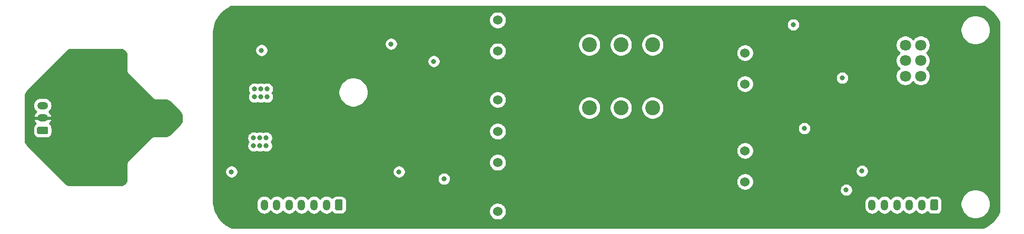
<source format=gbr>
G04 #@! TF.GenerationSoftware,KiCad,Pcbnew,(5.1.0)-1*
G04 #@! TF.CreationDate,2019-06-01T21:06:23-04:00*
G04 #@! TF.ProjectId,preample,70726561-6d70-46c6-952e-6b696361645f,rev?*
G04 #@! TF.SameCoordinates,Original*
G04 #@! TF.FileFunction,Copper,L4,Bot*
G04 #@! TF.FilePolarity,Positive*
%FSLAX46Y46*%
G04 Gerber Fmt 4.6, Leading zero omitted, Abs format (unit mm)*
G04 Created by KiCad (PCBNEW (5.1.0)-1) date 2019-06-01 21:06:23*
%MOMM*%
%LPD*%
G04 APERTURE LIST*
%ADD10C,1.800000*%
%ADD11C,0.250000*%
%ADD12C,1.524000*%
%ADD13C,2.400000*%
%ADD14C,0.100000*%
%ADD15C,1.200000*%
%ADD16O,1.750000X1.200000*%
%ADD17O,1.200000X1.750000*%
%ADD18C,0.800000*%
%ADD19C,0.254000*%
G04 APERTURE END LIST*
D10*
X190817000Y-56809000D03*
X188317000Y-56809000D03*
X190817000Y-59309000D03*
X188317000Y-59309000D03*
X190817000Y-61809000D03*
X188317000Y-61809000D03*
D11*
X77336000Y-68453000D03*
X78486000Y-68453000D03*
X77911000Y-69403000D03*
X77911000Y-67503000D03*
D12*
X162560000Y-78827000D03*
X162560000Y-73827000D03*
X122809000Y-78589500D03*
X122809000Y-83589500D03*
X122809000Y-70715500D03*
X122809000Y-75715500D03*
X162560000Y-58079000D03*
X162560000Y-63079000D03*
X122809000Y-60619000D03*
X122809000Y-65619000D03*
X122809000Y-52785000D03*
X122809000Y-57785000D03*
D13*
X147701000Y-66929000D03*
X142621000Y-66929000D03*
X137541000Y-66929000D03*
X137541000Y-56769000D03*
X142621000Y-56769000D03*
X147701000Y-56769000D03*
D14*
G36*
X50306505Y-69949204D02*
G01*
X50330773Y-69952804D01*
X50354572Y-69958765D01*
X50377671Y-69967030D01*
X50399850Y-69977520D01*
X50420893Y-69990132D01*
X50440599Y-70004747D01*
X50458777Y-70021223D01*
X50475253Y-70039401D01*
X50489868Y-70059107D01*
X50502480Y-70080150D01*
X50512970Y-70102329D01*
X50521235Y-70125428D01*
X50527196Y-70149227D01*
X50530796Y-70173495D01*
X50532000Y-70197999D01*
X50532000Y-70898001D01*
X50530796Y-70922505D01*
X50527196Y-70946773D01*
X50521235Y-70970572D01*
X50512970Y-70993671D01*
X50502480Y-71015850D01*
X50489868Y-71036893D01*
X50475253Y-71056599D01*
X50458777Y-71074777D01*
X50440599Y-71091253D01*
X50420893Y-71105868D01*
X50399850Y-71118480D01*
X50377671Y-71128970D01*
X50354572Y-71137235D01*
X50330773Y-71143196D01*
X50306505Y-71146796D01*
X50282001Y-71148000D01*
X49031999Y-71148000D01*
X49007495Y-71146796D01*
X48983227Y-71143196D01*
X48959428Y-71137235D01*
X48936329Y-71128970D01*
X48914150Y-71118480D01*
X48893107Y-71105868D01*
X48873401Y-71091253D01*
X48855223Y-71074777D01*
X48838747Y-71056599D01*
X48824132Y-71036893D01*
X48811520Y-71015850D01*
X48801030Y-70993671D01*
X48792765Y-70970572D01*
X48786804Y-70946773D01*
X48783204Y-70922505D01*
X48782000Y-70898001D01*
X48782000Y-70197999D01*
X48783204Y-70173495D01*
X48786804Y-70149227D01*
X48792765Y-70125428D01*
X48801030Y-70102329D01*
X48811520Y-70080150D01*
X48824132Y-70059107D01*
X48838747Y-70039401D01*
X48855223Y-70021223D01*
X48873401Y-70004747D01*
X48893107Y-69990132D01*
X48914150Y-69977520D01*
X48936329Y-69967030D01*
X48959428Y-69958765D01*
X48983227Y-69952804D01*
X49007495Y-69949204D01*
X49031999Y-69948000D01*
X50282001Y-69948000D01*
X50306505Y-69949204D01*
X50306505Y-69949204D01*
G37*
D15*
X49657000Y-70548000D03*
D16*
X49657000Y-68548000D03*
X49657000Y-66548000D03*
D14*
G36*
X97656505Y-81676204D02*
G01*
X97680773Y-81679804D01*
X97704572Y-81685765D01*
X97727671Y-81694030D01*
X97749850Y-81704520D01*
X97770893Y-81717132D01*
X97790599Y-81731747D01*
X97808777Y-81748223D01*
X97825253Y-81766401D01*
X97839868Y-81786107D01*
X97852480Y-81807150D01*
X97862970Y-81829329D01*
X97871235Y-81852428D01*
X97877196Y-81876227D01*
X97880796Y-81900495D01*
X97882000Y-81924999D01*
X97882000Y-83175001D01*
X97880796Y-83199505D01*
X97877196Y-83223773D01*
X97871235Y-83247572D01*
X97862970Y-83270671D01*
X97852480Y-83292850D01*
X97839868Y-83313893D01*
X97825253Y-83333599D01*
X97808777Y-83351777D01*
X97790599Y-83368253D01*
X97770893Y-83382868D01*
X97749850Y-83395480D01*
X97727671Y-83405970D01*
X97704572Y-83414235D01*
X97680773Y-83420196D01*
X97656505Y-83423796D01*
X97632001Y-83425000D01*
X96931999Y-83425000D01*
X96907495Y-83423796D01*
X96883227Y-83420196D01*
X96859428Y-83414235D01*
X96836329Y-83405970D01*
X96814150Y-83395480D01*
X96793107Y-83382868D01*
X96773401Y-83368253D01*
X96755223Y-83351777D01*
X96738747Y-83333599D01*
X96724132Y-83313893D01*
X96711520Y-83292850D01*
X96701030Y-83270671D01*
X96692765Y-83247572D01*
X96686804Y-83223773D01*
X96683204Y-83199505D01*
X96682000Y-83175001D01*
X96682000Y-81924999D01*
X96683204Y-81900495D01*
X96686804Y-81876227D01*
X96692765Y-81852428D01*
X96701030Y-81829329D01*
X96711520Y-81807150D01*
X96724132Y-81786107D01*
X96738747Y-81766401D01*
X96755223Y-81748223D01*
X96773401Y-81731747D01*
X96793107Y-81717132D01*
X96814150Y-81704520D01*
X96836329Y-81694030D01*
X96859428Y-81685765D01*
X96883227Y-81679804D01*
X96907495Y-81676204D01*
X96931999Y-81675000D01*
X97632001Y-81675000D01*
X97656505Y-81676204D01*
X97656505Y-81676204D01*
G37*
D15*
X97282000Y-82550000D03*
D17*
X95282000Y-82550000D03*
X93282000Y-82550000D03*
X91282000Y-82550000D03*
X89282000Y-82550000D03*
X87282000Y-82550000D03*
X85282000Y-82550000D03*
D14*
G36*
X193351005Y-81676204D02*
G01*
X193375273Y-81679804D01*
X193399072Y-81685765D01*
X193422171Y-81694030D01*
X193444350Y-81704520D01*
X193465393Y-81717132D01*
X193485099Y-81731747D01*
X193503277Y-81748223D01*
X193519753Y-81766401D01*
X193534368Y-81786107D01*
X193546980Y-81807150D01*
X193557470Y-81829329D01*
X193565735Y-81852428D01*
X193571696Y-81876227D01*
X193575296Y-81900495D01*
X193576500Y-81924999D01*
X193576500Y-83175001D01*
X193575296Y-83199505D01*
X193571696Y-83223773D01*
X193565735Y-83247572D01*
X193557470Y-83270671D01*
X193546980Y-83292850D01*
X193534368Y-83313893D01*
X193519753Y-83333599D01*
X193503277Y-83351777D01*
X193485099Y-83368253D01*
X193465393Y-83382868D01*
X193444350Y-83395480D01*
X193422171Y-83405970D01*
X193399072Y-83414235D01*
X193375273Y-83420196D01*
X193351005Y-83423796D01*
X193326501Y-83425000D01*
X192626499Y-83425000D01*
X192601995Y-83423796D01*
X192577727Y-83420196D01*
X192553928Y-83414235D01*
X192530829Y-83405970D01*
X192508650Y-83395480D01*
X192487607Y-83382868D01*
X192467901Y-83368253D01*
X192449723Y-83351777D01*
X192433247Y-83333599D01*
X192418632Y-83313893D01*
X192406020Y-83292850D01*
X192395530Y-83270671D01*
X192387265Y-83247572D01*
X192381304Y-83223773D01*
X192377704Y-83199505D01*
X192376500Y-83175001D01*
X192376500Y-81924999D01*
X192377704Y-81900495D01*
X192381304Y-81876227D01*
X192387265Y-81852428D01*
X192395530Y-81829329D01*
X192406020Y-81807150D01*
X192418632Y-81786107D01*
X192433247Y-81766401D01*
X192449723Y-81748223D01*
X192467901Y-81731747D01*
X192487607Y-81717132D01*
X192508650Y-81704520D01*
X192530829Y-81694030D01*
X192553928Y-81685765D01*
X192577727Y-81679804D01*
X192601995Y-81676204D01*
X192626499Y-81675000D01*
X193326501Y-81675000D01*
X193351005Y-81676204D01*
X193351005Y-81676204D01*
G37*
D15*
X192976500Y-82550000D03*
D17*
X190976500Y-82550000D03*
X188976500Y-82550000D03*
X186976500Y-82550000D03*
X184976500Y-82550000D03*
X182976500Y-82550000D03*
D18*
X62738000Y-58166000D03*
X62738000Y-59182000D03*
X62738000Y-60198000D03*
X62738000Y-61214000D03*
X62738000Y-78740000D03*
X62738000Y-77724000D03*
X62738000Y-76708000D03*
X62738000Y-75692000D03*
X69342000Y-69088000D03*
X69342000Y-70866000D03*
X70612000Y-68580000D03*
X70612000Y-69850000D03*
X69342000Y-66294000D03*
X70612000Y-67310000D03*
X69342000Y-67818000D03*
X176657000Y-64770000D03*
X117348000Y-69850000D03*
X112522000Y-75946000D03*
X120650000Y-57150000D03*
X129032000Y-53848000D03*
X130048000Y-65532000D03*
X126238000Y-74422000D03*
X113919000Y-66802000D03*
X95758000Y-76454000D03*
X107696000Y-85852000D03*
X100330000Y-80264000D03*
X77978000Y-74168000D03*
X77978000Y-62738000D03*
X78232000Y-56642000D03*
X79248000Y-53086000D03*
X82042000Y-51308000D03*
X87122000Y-51308000D03*
X91948000Y-51308000D03*
X97028000Y-51308000D03*
X117348000Y-51308000D03*
X113919000Y-54229000D03*
X126492000Y-51308000D03*
X131572000Y-51308000D03*
X136652000Y-51308000D03*
X141732000Y-51308000D03*
X146304000Y-51308000D03*
X151892000Y-51308000D03*
X156972000Y-51308000D03*
X194564000Y-51308000D03*
X185674000Y-55118000D03*
X179832000Y-64770000D03*
X181610000Y-61214000D03*
X193294000Y-66802000D03*
X166370000Y-74422000D03*
X152400000Y-78994000D03*
X151384000Y-73914000D03*
X130048000Y-77978000D03*
X145034000Y-75692000D03*
X139446000Y-75438000D03*
X141732000Y-79248000D03*
X141732000Y-83312000D03*
X164592000Y-56134000D03*
X152908000Y-58674000D03*
X159258000Y-58928000D03*
X154940000Y-62738000D03*
X160020000Y-78740000D03*
X180086000Y-68580000D03*
X182626000Y-68580000D03*
X182626000Y-73152000D03*
X180086000Y-73152000D03*
X196596000Y-76200000D03*
X202184000Y-66040000D03*
X202184000Y-71120000D03*
X202184000Y-60960000D03*
X189484000Y-51308000D03*
X184404000Y-51308000D03*
X179324000Y-51308000D03*
X174244000Y-51308000D03*
X183134000Y-57658000D03*
X177800000Y-84582000D03*
X172720000Y-84582000D03*
X167640000Y-84582000D03*
X162560000Y-84582000D03*
X157480000Y-84582000D03*
X152400000Y-84455000D03*
X157988000Y-75946000D03*
X152400000Y-67564000D03*
X147320000Y-71120000D03*
X142240000Y-71120000D03*
X137160000Y-71120000D03*
X137160000Y-62230000D03*
X142240000Y-62230000D03*
X147320000Y-62230000D03*
X167640000Y-66040000D03*
X162560000Y-66040000D03*
X158242000Y-65024000D03*
X163830000Y-71120000D03*
X157480000Y-71120000D03*
X176022000Y-69088000D03*
X187960000Y-73914000D03*
X131318000Y-58928000D03*
X131064000Y-73406000D03*
X133350000Y-79756000D03*
X131064000Y-84074000D03*
X116840000Y-84074000D03*
X107950000Y-69850000D03*
X112014000Y-51308000D03*
X104394000Y-66040000D03*
X98044000Y-69850000D03*
X92202000Y-69596000D03*
X92202000Y-67056000D03*
X92202000Y-57150000D03*
X89662000Y-79248000D03*
X82042000Y-79248000D03*
X83312000Y-85598000D03*
X100330000Y-85344000D03*
X78994000Y-84582000D03*
X78232000Y-79502000D03*
X202184000Y-76200000D03*
X147574000Y-78740000D03*
X147574000Y-83058000D03*
X189230000Y-71120000D03*
X186944000Y-71120000D03*
X99441000Y-57658000D03*
X114808000Y-60960000D03*
X104884001Y-53738999D03*
X104943500Y-74168000D03*
X92202000Y-61341000D03*
X89916000Y-61341000D03*
X91059000Y-61341000D03*
X89535000Y-75565000D03*
X92456000Y-75565000D03*
X91059000Y-75565000D03*
X178054000Y-81788000D03*
X179705000Y-76149000D03*
X168783000Y-71755000D03*
X179705000Y-57785000D03*
X168765888Y-56116888D03*
X105156000Y-82296000D03*
X109728000Y-84328000D03*
X98806000Y-53848000D03*
X115570000Y-79502000D03*
X85725000Y-63881000D03*
X84709000Y-63881000D03*
X85725000Y-65151000D03*
X84709000Y-65151000D03*
X83693000Y-65151000D03*
X83693000Y-63881000D03*
X112522000Y-59436000D03*
X114173000Y-78359000D03*
X84836000Y-57658000D03*
X170307000Y-53539500D03*
X172085000Y-70231000D03*
X85598000Y-71755000D03*
X84582000Y-71755000D03*
X83566000Y-71755000D03*
X85598000Y-73025000D03*
X84582000Y-73025000D03*
X83566000Y-73025000D03*
X80010000Y-77216000D03*
X178181000Y-62103000D03*
X105664000Y-56642000D03*
X178816000Y-80137000D03*
X106934000Y-77216000D03*
X181356000Y-77089000D03*
D19*
G36*
X201021375Y-50621675D02*
G01*
X201398434Y-50817960D01*
X201756968Y-51046371D01*
X202094230Y-51305161D01*
X202407646Y-51592354D01*
X202694839Y-51905770D01*
X202953629Y-52243032D01*
X203182040Y-52601566D01*
X203378325Y-52978625D01*
X203394000Y-53016468D01*
X203394001Y-83762530D01*
X203378325Y-83800375D01*
X203182040Y-84177434D01*
X202953629Y-84535968D01*
X202694839Y-84873230D01*
X202407646Y-85186646D01*
X202094230Y-85473839D01*
X201756968Y-85732629D01*
X201398434Y-85961040D01*
X201021375Y-86157325D01*
X200879721Y-86216000D01*
X80044279Y-86216000D01*
X79902625Y-86157325D01*
X79525566Y-85961040D01*
X79167032Y-85732629D01*
X78829770Y-85473839D01*
X78516354Y-85186646D01*
X78229161Y-84873230D01*
X77970371Y-84535968D01*
X77741960Y-84177434D01*
X77545675Y-83800375D01*
X77382991Y-83407620D01*
X77255162Y-83002198D01*
X77163151Y-82587168D01*
X77114068Y-82214335D01*
X84047000Y-82214335D01*
X84047000Y-82885664D01*
X84064870Y-83067101D01*
X84135489Y-83299900D01*
X84250167Y-83514448D01*
X84404498Y-83702502D01*
X84592551Y-83856833D01*
X84807099Y-83971511D01*
X85039898Y-84042130D01*
X85282000Y-84065975D01*
X85524101Y-84042130D01*
X85756900Y-83971511D01*
X85971448Y-83856833D01*
X86159502Y-83702502D01*
X86282000Y-83553237D01*
X86404498Y-83702502D01*
X86592551Y-83856833D01*
X86807099Y-83971511D01*
X87039898Y-84042130D01*
X87282000Y-84065975D01*
X87524101Y-84042130D01*
X87756900Y-83971511D01*
X87971448Y-83856833D01*
X88159502Y-83702502D01*
X88282000Y-83553237D01*
X88404498Y-83702502D01*
X88592551Y-83856833D01*
X88807099Y-83971511D01*
X89039898Y-84042130D01*
X89282000Y-84065975D01*
X89524101Y-84042130D01*
X89756900Y-83971511D01*
X89971448Y-83856833D01*
X90159502Y-83702502D01*
X90282000Y-83553237D01*
X90404498Y-83702502D01*
X90592551Y-83856833D01*
X90807099Y-83971511D01*
X91039898Y-84042130D01*
X91282000Y-84065975D01*
X91524101Y-84042130D01*
X91756900Y-83971511D01*
X91971448Y-83856833D01*
X92159502Y-83702502D01*
X92282000Y-83553237D01*
X92404498Y-83702502D01*
X92592551Y-83856833D01*
X92807099Y-83971511D01*
X93039898Y-84042130D01*
X93282000Y-84065975D01*
X93524101Y-84042130D01*
X93756900Y-83971511D01*
X93971448Y-83856833D01*
X94159502Y-83702502D01*
X94282000Y-83553237D01*
X94404498Y-83702502D01*
X94592551Y-83856833D01*
X94807099Y-83971511D01*
X95039898Y-84042130D01*
X95282000Y-84065975D01*
X95524101Y-84042130D01*
X95756900Y-83971511D01*
X95971448Y-83856833D01*
X96159502Y-83702502D01*
X96191191Y-83663889D01*
X96193595Y-83668387D01*
X96304038Y-83802962D01*
X96438613Y-83913405D01*
X96592149Y-83995472D01*
X96758745Y-84046008D01*
X96931999Y-84063072D01*
X97632001Y-84063072D01*
X97805255Y-84046008D01*
X97971851Y-83995472D01*
X98125387Y-83913405D01*
X98259962Y-83802962D01*
X98370405Y-83668387D01*
X98452472Y-83514851D01*
X98471565Y-83451908D01*
X121412000Y-83451908D01*
X121412000Y-83727092D01*
X121465686Y-83996990D01*
X121570995Y-84251227D01*
X121723880Y-84480035D01*
X121918465Y-84674620D01*
X122147273Y-84827505D01*
X122401510Y-84932814D01*
X122671408Y-84986500D01*
X122946592Y-84986500D01*
X123216490Y-84932814D01*
X123470727Y-84827505D01*
X123699535Y-84674620D01*
X123894120Y-84480035D01*
X124047005Y-84251227D01*
X124152314Y-83996990D01*
X124206000Y-83727092D01*
X124206000Y-83451908D01*
X124152314Y-83182010D01*
X124047005Y-82927773D01*
X123894120Y-82698965D01*
X123699535Y-82504380D01*
X123470727Y-82351495D01*
X123216490Y-82246186D01*
X123056365Y-82214335D01*
X181741500Y-82214335D01*
X181741500Y-82885664D01*
X181759370Y-83067101D01*
X181829989Y-83299900D01*
X181944667Y-83514448D01*
X182098998Y-83702502D01*
X182287051Y-83856833D01*
X182501599Y-83971511D01*
X182734398Y-84042130D01*
X182976500Y-84065975D01*
X183218601Y-84042130D01*
X183451400Y-83971511D01*
X183665948Y-83856833D01*
X183854002Y-83702502D01*
X183976500Y-83553237D01*
X184098998Y-83702502D01*
X184287051Y-83856833D01*
X184501599Y-83971511D01*
X184734398Y-84042130D01*
X184976500Y-84065975D01*
X185218601Y-84042130D01*
X185451400Y-83971511D01*
X185665948Y-83856833D01*
X185854002Y-83702502D01*
X185976500Y-83553237D01*
X186098998Y-83702502D01*
X186287051Y-83856833D01*
X186501599Y-83971511D01*
X186734398Y-84042130D01*
X186976500Y-84065975D01*
X187218601Y-84042130D01*
X187451400Y-83971511D01*
X187665948Y-83856833D01*
X187854002Y-83702502D01*
X187976500Y-83553237D01*
X188098998Y-83702502D01*
X188287051Y-83856833D01*
X188501599Y-83971511D01*
X188734398Y-84042130D01*
X188976500Y-84065975D01*
X189218601Y-84042130D01*
X189451400Y-83971511D01*
X189665948Y-83856833D01*
X189854002Y-83702502D01*
X189976500Y-83553237D01*
X190098998Y-83702502D01*
X190287051Y-83856833D01*
X190501599Y-83971511D01*
X190734398Y-84042130D01*
X190976500Y-84065975D01*
X191218601Y-84042130D01*
X191451400Y-83971511D01*
X191665948Y-83856833D01*
X191854002Y-83702502D01*
X191885691Y-83663889D01*
X191888095Y-83668387D01*
X191998538Y-83802962D01*
X192133113Y-83913405D01*
X192286649Y-83995472D01*
X192453245Y-84046008D01*
X192626499Y-84063072D01*
X193326501Y-84063072D01*
X193499755Y-84046008D01*
X193666351Y-83995472D01*
X193819887Y-83913405D01*
X193954462Y-83802962D01*
X194064905Y-83668387D01*
X194146972Y-83514851D01*
X194197508Y-83348255D01*
X194214572Y-83175001D01*
X194214572Y-82176098D01*
X197204000Y-82176098D01*
X197204000Y-82645902D01*
X197295654Y-83106679D01*
X197475440Y-83540721D01*
X197736450Y-83931349D01*
X198068651Y-84263550D01*
X198459279Y-84524560D01*
X198893321Y-84704346D01*
X199354098Y-84796000D01*
X199823902Y-84796000D01*
X200284679Y-84704346D01*
X200718721Y-84524560D01*
X201109349Y-84263550D01*
X201441550Y-83931349D01*
X201702560Y-83540721D01*
X201882346Y-83106679D01*
X201974000Y-82645902D01*
X201974000Y-82176098D01*
X201882346Y-81715321D01*
X201702560Y-81281279D01*
X201441550Y-80890651D01*
X201109349Y-80558450D01*
X200718721Y-80297440D01*
X200284679Y-80117654D01*
X199823902Y-80026000D01*
X199354098Y-80026000D01*
X198893321Y-80117654D01*
X198459279Y-80297440D01*
X198068651Y-80558450D01*
X197736450Y-80890651D01*
X197475440Y-81281279D01*
X197295654Y-81715321D01*
X197204000Y-82176098D01*
X194214572Y-82176098D01*
X194214572Y-81924999D01*
X194197508Y-81751745D01*
X194146972Y-81585149D01*
X194064905Y-81431613D01*
X193954462Y-81297038D01*
X193819887Y-81186595D01*
X193666351Y-81104528D01*
X193499755Y-81053992D01*
X193326501Y-81036928D01*
X192626499Y-81036928D01*
X192453245Y-81053992D01*
X192286649Y-81104528D01*
X192133113Y-81186595D01*
X191998538Y-81297038D01*
X191888095Y-81431613D01*
X191885691Y-81436111D01*
X191854002Y-81397498D01*
X191665949Y-81243167D01*
X191451401Y-81128489D01*
X191218602Y-81057870D01*
X190976500Y-81034025D01*
X190734399Y-81057870D01*
X190501600Y-81128489D01*
X190287052Y-81243167D01*
X190098999Y-81397498D01*
X189976501Y-81546763D01*
X189854002Y-81397498D01*
X189665949Y-81243167D01*
X189451401Y-81128489D01*
X189218602Y-81057870D01*
X188976500Y-81034025D01*
X188734399Y-81057870D01*
X188501600Y-81128489D01*
X188287052Y-81243167D01*
X188098999Y-81397498D01*
X187976501Y-81546763D01*
X187854002Y-81397498D01*
X187665949Y-81243167D01*
X187451401Y-81128489D01*
X187218602Y-81057870D01*
X186976500Y-81034025D01*
X186734399Y-81057870D01*
X186501600Y-81128489D01*
X186287052Y-81243167D01*
X186098999Y-81397498D01*
X185976501Y-81546763D01*
X185854002Y-81397498D01*
X185665949Y-81243167D01*
X185451401Y-81128489D01*
X185218602Y-81057870D01*
X184976500Y-81034025D01*
X184734399Y-81057870D01*
X184501600Y-81128489D01*
X184287052Y-81243167D01*
X184098999Y-81397498D01*
X183976501Y-81546763D01*
X183854002Y-81397498D01*
X183665949Y-81243167D01*
X183451401Y-81128489D01*
X183218602Y-81057870D01*
X182976500Y-81034025D01*
X182734399Y-81057870D01*
X182501600Y-81128489D01*
X182287052Y-81243167D01*
X182098999Y-81397498D01*
X181944668Y-81585551D01*
X181829989Y-81800099D01*
X181759370Y-82032898D01*
X181741500Y-82214335D01*
X123056365Y-82214335D01*
X122946592Y-82192500D01*
X122671408Y-82192500D01*
X122401510Y-82246186D01*
X122147273Y-82351495D01*
X121918465Y-82504380D01*
X121723880Y-82698965D01*
X121570995Y-82927773D01*
X121465686Y-83182010D01*
X121412000Y-83451908D01*
X98471565Y-83451908D01*
X98503008Y-83348255D01*
X98520072Y-83175001D01*
X98520072Y-81924999D01*
X98503008Y-81751745D01*
X98452472Y-81585149D01*
X98370405Y-81431613D01*
X98259962Y-81297038D01*
X98125387Y-81186595D01*
X97971851Y-81104528D01*
X97805255Y-81053992D01*
X97632001Y-81036928D01*
X96931999Y-81036928D01*
X96758745Y-81053992D01*
X96592149Y-81104528D01*
X96438613Y-81186595D01*
X96304038Y-81297038D01*
X96193595Y-81431613D01*
X96191191Y-81436111D01*
X96159502Y-81397498D01*
X95971449Y-81243167D01*
X95756901Y-81128489D01*
X95524102Y-81057870D01*
X95282000Y-81034025D01*
X95039899Y-81057870D01*
X94807100Y-81128489D01*
X94592552Y-81243167D01*
X94404499Y-81397498D01*
X94282001Y-81546763D01*
X94159502Y-81397498D01*
X93971449Y-81243167D01*
X93756901Y-81128489D01*
X93524102Y-81057870D01*
X93282000Y-81034025D01*
X93039899Y-81057870D01*
X92807100Y-81128489D01*
X92592552Y-81243167D01*
X92404499Y-81397498D01*
X92282001Y-81546763D01*
X92159502Y-81397498D01*
X91971449Y-81243167D01*
X91756901Y-81128489D01*
X91524102Y-81057870D01*
X91282000Y-81034025D01*
X91039899Y-81057870D01*
X90807100Y-81128489D01*
X90592552Y-81243167D01*
X90404499Y-81397498D01*
X90282001Y-81546763D01*
X90159502Y-81397498D01*
X89971449Y-81243167D01*
X89756901Y-81128489D01*
X89524102Y-81057870D01*
X89282000Y-81034025D01*
X89039899Y-81057870D01*
X88807100Y-81128489D01*
X88592552Y-81243167D01*
X88404499Y-81397498D01*
X88282001Y-81546763D01*
X88159502Y-81397498D01*
X87971449Y-81243167D01*
X87756901Y-81128489D01*
X87524102Y-81057870D01*
X87282000Y-81034025D01*
X87039899Y-81057870D01*
X86807100Y-81128489D01*
X86592552Y-81243167D01*
X86404499Y-81397498D01*
X86282001Y-81546763D01*
X86159502Y-81397498D01*
X85971449Y-81243167D01*
X85756901Y-81128489D01*
X85524102Y-81057870D01*
X85282000Y-81034025D01*
X85039899Y-81057870D01*
X84807100Y-81128489D01*
X84592552Y-81243167D01*
X84404499Y-81397498D01*
X84250168Y-81585551D01*
X84135489Y-81800099D01*
X84064870Y-82032898D01*
X84047000Y-82214335D01*
X77114068Y-82214335D01*
X77107664Y-82165692D01*
X77089000Y-81738231D01*
X77089000Y-78257061D01*
X113138000Y-78257061D01*
X113138000Y-78460939D01*
X113177774Y-78660898D01*
X113255795Y-78849256D01*
X113369063Y-79018774D01*
X113513226Y-79162937D01*
X113682744Y-79276205D01*
X113871102Y-79354226D01*
X114071061Y-79394000D01*
X114274939Y-79394000D01*
X114474898Y-79354226D01*
X114663256Y-79276205D01*
X114832774Y-79162937D01*
X114976937Y-79018774D01*
X115090205Y-78849256D01*
X115156416Y-78689408D01*
X161163000Y-78689408D01*
X161163000Y-78964592D01*
X161216686Y-79234490D01*
X161321995Y-79488727D01*
X161474880Y-79717535D01*
X161669465Y-79912120D01*
X161898273Y-80065005D01*
X162152510Y-80170314D01*
X162422408Y-80224000D01*
X162697592Y-80224000D01*
X162967490Y-80170314D01*
X163221727Y-80065005D01*
X163266541Y-80035061D01*
X177781000Y-80035061D01*
X177781000Y-80238939D01*
X177820774Y-80438898D01*
X177898795Y-80627256D01*
X178012063Y-80796774D01*
X178156226Y-80940937D01*
X178325744Y-81054205D01*
X178514102Y-81132226D01*
X178714061Y-81172000D01*
X178917939Y-81172000D01*
X179117898Y-81132226D01*
X179306256Y-81054205D01*
X179475774Y-80940937D01*
X179619937Y-80796774D01*
X179733205Y-80627256D01*
X179811226Y-80438898D01*
X179851000Y-80238939D01*
X179851000Y-80035061D01*
X179811226Y-79835102D01*
X179733205Y-79646744D01*
X179619937Y-79477226D01*
X179475774Y-79333063D01*
X179306256Y-79219795D01*
X179117898Y-79141774D01*
X178917939Y-79102000D01*
X178714061Y-79102000D01*
X178514102Y-79141774D01*
X178325744Y-79219795D01*
X178156226Y-79333063D01*
X178012063Y-79477226D01*
X177898795Y-79646744D01*
X177820774Y-79835102D01*
X177781000Y-80035061D01*
X163266541Y-80035061D01*
X163450535Y-79912120D01*
X163645120Y-79717535D01*
X163798005Y-79488727D01*
X163903314Y-79234490D01*
X163957000Y-78964592D01*
X163957000Y-78689408D01*
X163903314Y-78419510D01*
X163798005Y-78165273D01*
X163645120Y-77936465D01*
X163450535Y-77741880D01*
X163221727Y-77588995D01*
X162967490Y-77483686D01*
X162697592Y-77430000D01*
X162422408Y-77430000D01*
X162152510Y-77483686D01*
X161898273Y-77588995D01*
X161669465Y-77741880D01*
X161474880Y-77936465D01*
X161321995Y-78165273D01*
X161216686Y-78419510D01*
X161163000Y-78689408D01*
X115156416Y-78689408D01*
X115168226Y-78660898D01*
X115208000Y-78460939D01*
X115208000Y-78257061D01*
X115168226Y-78057102D01*
X115090205Y-77868744D01*
X114976937Y-77699226D01*
X114832774Y-77555063D01*
X114663256Y-77441795D01*
X114474898Y-77363774D01*
X114274939Y-77324000D01*
X114071061Y-77324000D01*
X113871102Y-77363774D01*
X113682744Y-77441795D01*
X113513226Y-77555063D01*
X113369063Y-77699226D01*
X113255795Y-77868744D01*
X113177774Y-78057102D01*
X113138000Y-78257061D01*
X77089000Y-78257061D01*
X77089000Y-77114061D01*
X78975000Y-77114061D01*
X78975000Y-77317939D01*
X79014774Y-77517898D01*
X79092795Y-77706256D01*
X79206063Y-77875774D01*
X79350226Y-78019937D01*
X79519744Y-78133205D01*
X79708102Y-78211226D01*
X79908061Y-78251000D01*
X80111939Y-78251000D01*
X80311898Y-78211226D01*
X80500256Y-78133205D01*
X80669774Y-78019937D01*
X80813937Y-77875774D01*
X80927205Y-77706256D01*
X81005226Y-77517898D01*
X81045000Y-77317939D01*
X81045000Y-77114061D01*
X105899000Y-77114061D01*
X105899000Y-77317939D01*
X105938774Y-77517898D01*
X106016795Y-77706256D01*
X106130063Y-77875774D01*
X106274226Y-78019937D01*
X106443744Y-78133205D01*
X106632102Y-78211226D01*
X106832061Y-78251000D01*
X107035939Y-78251000D01*
X107235898Y-78211226D01*
X107424256Y-78133205D01*
X107593774Y-78019937D01*
X107737937Y-77875774D01*
X107851205Y-77706256D01*
X107929226Y-77517898D01*
X107969000Y-77317939D01*
X107969000Y-77114061D01*
X107929226Y-76914102D01*
X107851205Y-76725744D01*
X107737937Y-76556226D01*
X107593774Y-76412063D01*
X107424256Y-76298795D01*
X107235898Y-76220774D01*
X107035939Y-76181000D01*
X106832061Y-76181000D01*
X106632102Y-76220774D01*
X106443744Y-76298795D01*
X106274226Y-76412063D01*
X106130063Y-76556226D01*
X106016795Y-76725744D01*
X105938774Y-76914102D01*
X105899000Y-77114061D01*
X81045000Y-77114061D01*
X81005226Y-76914102D01*
X80927205Y-76725744D01*
X80813937Y-76556226D01*
X80669774Y-76412063D01*
X80500256Y-76298795D01*
X80311898Y-76220774D01*
X80111939Y-76181000D01*
X79908061Y-76181000D01*
X79708102Y-76220774D01*
X79519744Y-76298795D01*
X79350226Y-76412063D01*
X79206063Y-76556226D01*
X79092795Y-76725744D01*
X79014774Y-76914102D01*
X78975000Y-77114061D01*
X77089000Y-77114061D01*
X77089000Y-75577908D01*
X121412000Y-75577908D01*
X121412000Y-75853092D01*
X121465686Y-76122990D01*
X121570995Y-76377227D01*
X121723880Y-76606035D01*
X121918465Y-76800620D01*
X122147273Y-76953505D01*
X122401510Y-77058814D01*
X122671408Y-77112500D01*
X122946592Y-77112500D01*
X123216490Y-77058814D01*
X123389716Y-76987061D01*
X180321000Y-76987061D01*
X180321000Y-77190939D01*
X180360774Y-77390898D01*
X180438795Y-77579256D01*
X180552063Y-77748774D01*
X180696226Y-77892937D01*
X180865744Y-78006205D01*
X181054102Y-78084226D01*
X181254061Y-78124000D01*
X181457939Y-78124000D01*
X181657898Y-78084226D01*
X181846256Y-78006205D01*
X182015774Y-77892937D01*
X182159937Y-77748774D01*
X182273205Y-77579256D01*
X182351226Y-77390898D01*
X182391000Y-77190939D01*
X182391000Y-76987061D01*
X182351226Y-76787102D01*
X182273205Y-76598744D01*
X182159937Y-76429226D01*
X182015774Y-76285063D01*
X181846256Y-76171795D01*
X181657898Y-76093774D01*
X181457939Y-76054000D01*
X181254061Y-76054000D01*
X181054102Y-76093774D01*
X180865744Y-76171795D01*
X180696226Y-76285063D01*
X180552063Y-76429226D01*
X180438795Y-76598744D01*
X180360774Y-76787102D01*
X180321000Y-76987061D01*
X123389716Y-76987061D01*
X123470727Y-76953505D01*
X123699535Y-76800620D01*
X123894120Y-76606035D01*
X124047005Y-76377227D01*
X124152314Y-76122990D01*
X124206000Y-75853092D01*
X124206000Y-75577908D01*
X124152314Y-75308010D01*
X124047005Y-75053773D01*
X123894120Y-74824965D01*
X123699535Y-74630380D01*
X123470727Y-74477495D01*
X123216490Y-74372186D01*
X122946592Y-74318500D01*
X122671408Y-74318500D01*
X122401510Y-74372186D01*
X122147273Y-74477495D01*
X121918465Y-74630380D01*
X121723880Y-74824965D01*
X121570995Y-75053773D01*
X121465686Y-75308010D01*
X121412000Y-75577908D01*
X77089000Y-75577908D01*
X77089000Y-71653061D01*
X82531000Y-71653061D01*
X82531000Y-71856939D01*
X82570774Y-72056898D01*
X82648795Y-72245256D01*
X82745510Y-72390000D01*
X82648795Y-72534744D01*
X82570774Y-72723102D01*
X82531000Y-72923061D01*
X82531000Y-73126939D01*
X82570774Y-73326898D01*
X82648795Y-73515256D01*
X82762063Y-73684774D01*
X82906226Y-73828937D01*
X83075744Y-73942205D01*
X83264102Y-74020226D01*
X83464061Y-74060000D01*
X83667939Y-74060000D01*
X83867898Y-74020226D01*
X84056256Y-73942205D01*
X84074000Y-73930349D01*
X84091744Y-73942205D01*
X84280102Y-74020226D01*
X84480061Y-74060000D01*
X84683939Y-74060000D01*
X84883898Y-74020226D01*
X85072256Y-73942205D01*
X85090000Y-73930349D01*
X85107744Y-73942205D01*
X85296102Y-74020226D01*
X85496061Y-74060000D01*
X85699939Y-74060000D01*
X85899898Y-74020226D01*
X86088256Y-73942205D01*
X86257774Y-73828937D01*
X86397303Y-73689408D01*
X161163000Y-73689408D01*
X161163000Y-73964592D01*
X161216686Y-74234490D01*
X161321995Y-74488727D01*
X161474880Y-74717535D01*
X161669465Y-74912120D01*
X161898273Y-75065005D01*
X162152510Y-75170314D01*
X162422408Y-75224000D01*
X162697592Y-75224000D01*
X162967490Y-75170314D01*
X163221727Y-75065005D01*
X163450535Y-74912120D01*
X163645120Y-74717535D01*
X163798005Y-74488727D01*
X163903314Y-74234490D01*
X163957000Y-73964592D01*
X163957000Y-73689408D01*
X163903314Y-73419510D01*
X163798005Y-73165273D01*
X163645120Y-72936465D01*
X163450535Y-72741880D01*
X163221727Y-72588995D01*
X162967490Y-72483686D01*
X162697592Y-72430000D01*
X162422408Y-72430000D01*
X162152510Y-72483686D01*
X161898273Y-72588995D01*
X161669465Y-72741880D01*
X161474880Y-72936465D01*
X161321995Y-73165273D01*
X161216686Y-73419510D01*
X161163000Y-73689408D01*
X86397303Y-73689408D01*
X86401937Y-73684774D01*
X86515205Y-73515256D01*
X86593226Y-73326898D01*
X86633000Y-73126939D01*
X86633000Y-72923061D01*
X86593226Y-72723102D01*
X86515205Y-72534744D01*
X86418490Y-72390000D01*
X86515205Y-72245256D01*
X86593226Y-72056898D01*
X86633000Y-71856939D01*
X86633000Y-71653061D01*
X86593226Y-71453102D01*
X86515205Y-71264744D01*
X86401937Y-71095226D01*
X86257774Y-70951063D01*
X86088256Y-70837795D01*
X85899898Y-70759774D01*
X85699939Y-70720000D01*
X85496061Y-70720000D01*
X85296102Y-70759774D01*
X85107744Y-70837795D01*
X85090000Y-70849651D01*
X85072256Y-70837795D01*
X84883898Y-70759774D01*
X84683939Y-70720000D01*
X84480061Y-70720000D01*
X84280102Y-70759774D01*
X84091744Y-70837795D01*
X84074000Y-70849651D01*
X84056256Y-70837795D01*
X83867898Y-70759774D01*
X83667939Y-70720000D01*
X83464061Y-70720000D01*
X83264102Y-70759774D01*
X83075744Y-70837795D01*
X82906226Y-70951063D01*
X82762063Y-71095226D01*
X82648795Y-71264744D01*
X82570774Y-71453102D01*
X82531000Y-71653061D01*
X77089000Y-71653061D01*
X77089000Y-70577908D01*
X121412000Y-70577908D01*
X121412000Y-70853092D01*
X121465686Y-71122990D01*
X121570995Y-71377227D01*
X121723880Y-71606035D01*
X121918465Y-71800620D01*
X122147273Y-71953505D01*
X122401510Y-72058814D01*
X122671408Y-72112500D01*
X122946592Y-72112500D01*
X123216490Y-72058814D01*
X123470727Y-71953505D01*
X123699535Y-71800620D01*
X123894120Y-71606035D01*
X124047005Y-71377227D01*
X124152314Y-71122990D01*
X124206000Y-70853092D01*
X124206000Y-70577908D01*
X124152314Y-70308010D01*
X124078191Y-70129061D01*
X171050000Y-70129061D01*
X171050000Y-70332939D01*
X171089774Y-70532898D01*
X171167795Y-70721256D01*
X171281063Y-70890774D01*
X171425226Y-71034937D01*
X171594744Y-71148205D01*
X171783102Y-71226226D01*
X171983061Y-71266000D01*
X172186939Y-71266000D01*
X172386898Y-71226226D01*
X172575256Y-71148205D01*
X172744774Y-71034937D01*
X172888937Y-70890774D01*
X173002205Y-70721256D01*
X173080226Y-70532898D01*
X173120000Y-70332939D01*
X173120000Y-70129061D01*
X173080226Y-69929102D01*
X173002205Y-69740744D01*
X172888937Y-69571226D01*
X172744774Y-69427063D01*
X172575256Y-69313795D01*
X172386898Y-69235774D01*
X172186939Y-69196000D01*
X171983061Y-69196000D01*
X171783102Y-69235774D01*
X171594744Y-69313795D01*
X171425226Y-69427063D01*
X171281063Y-69571226D01*
X171167795Y-69740744D01*
X171089774Y-69929102D01*
X171050000Y-70129061D01*
X124078191Y-70129061D01*
X124047005Y-70053773D01*
X123894120Y-69824965D01*
X123699535Y-69630380D01*
X123470727Y-69477495D01*
X123216490Y-69372186D01*
X122946592Y-69318500D01*
X122671408Y-69318500D01*
X122401510Y-69372186D01*
X122147273Y-69477495D01*
X121918465Y-69630380D01*
X121723880Y-69824965D01*
X121570995Y-70053773D01*
X121465686Y-70308010D01*
X121412000Y-70577908D01*
X77089000Y-70577908D01*
X77089000Y-63779061D01*
X82658000Y-63779061D01*
X82658000Y-63982939D01*
X82697774Y-64182898D01*
X82775795Y-64371256D01*
X82872510Y-64516000D01*
X82775795Y-64660744D01*
X82697774Y-64849102D01*
X82658000Y-65049061D01*
X82658000Y-65252939D01*
X82697774Y-65452898D01*
X82775795Y-65641256D01*
X82889063Y-65810774D01*
X83033226Y-65954937D01*
X83202744Y-66068205D01*
X83391102Y-66146226D01*
X83591061Y-66186000D01*
X83794939Y-66186000D01*
X83994898Y-66146226D01*
X84183256Y-66068205D01*
X84201000Y-66056349D01*
X84218744Y-66068205D01*
X84407102Y-66146226D01*
X84607061Y-66186000D01*
X84810939Y-66186000D01*
X85010898Y-66146226D01*
X85199256Y-66068205D01*
X85217000Y-66056349D01*
X85234744Y-66068205D01*
X85423102Y-66146226D01*
X85623061Y-66186000D01*
X85826939Y-66186000D01*
X86026898Y-66146226D01*
X86215256Y-66068205D01*
X86384774Y-65954937D01*
X86528937Y-65810774D01*
X86642205Y-65641256D01*
X86720226Y-65452898D01*
X86760000Y-65252939D01*
X86760000Y-65049061D01*
X86720226Y-64849102D01*
X86642205Y-64660744D01*
X86545490Y-64516000D01*
X86642205Y-64371256D01*
X86720226Y-64182898D01*
X86720902Y-64179498D01*
X97208400Y-64179498D01*
X97208400Y-64649302D01*
X97300054Y-65110079D01*
X97479840Y-65544121D01*
X97740850Y-65934749D01*
X98073051Y-66266950D01*
X98463679Y-66527960D01*
X98897721Y-66707746D01*
X99358498Y-66799400D01*
X99828302Y-66799400D01*
X100289079Y-66707746D01*
X100723121Y-66527960D01*
X101113749Y-66266950D01*
X101445950Y-65934749D01*
X101706960Y-65544121D01*
X101732936Y-65481408D01*
X121412000Y-65481408D01*
X121412000Y-65756592D01*
X121465686Y-66026490D01*
X121570995Y-66280727D01*
X121723880Y-66509535D01*
X121918465Y-66704120D01*
X122147273Y-66857005D01*
X122401510Y-66962314D01*
X122671408Y-67016000D01*
X122946592Y-67016000D01*
X123216490Y-66962314D01*
X123470727Y-66857005D01*
X123633463Y-66748268D01*
X135706000Y-66748268D01*
X135706000Y-67109732D01*
X135776518Y-67464250D01*
X135914844Y-67798199D01*
X136115662Y-68098744D01*
X136371256Y-68354338D01*
X136671801Y-68555156D01*
X137005750Y-68693482D01*
X137360268Y-68764000D01*
X137721732Y-68764000D01*
X138076250Y-68693482D01*
X138410199Y-68555156D01*
X138710744Y-68354338D01*
X138966338Y-68098744D01*
X139167156Y-67798199D01*
X139305482Y-67464250D01*
X139376000Y-67109732D01*
X139376000Y-66748268D01*
X140786000Y-66748268D01*
X140786000Y-67109732D01*
X140856518Y-67464250D01*
X140994844Y-67798199D01*
X141195662Y-68098744D01*
X141451256Y-68354338D01*
X141751801Y-68555156D01*
X142085750Y-68693482D01*
X142440268Y-68764000D01*
X142801732Y-68764000D01*
X143156250Y-68693482D01*
X143490199Y-68555156D01*
X143790744Y-68354338D01*
X144046338Y-68098744D01*
X144247156Y-67798199D01*
X144385482Y-67464250D01*
X144456000Y-67109732D01*
X144456000Y-66748268D01*
X145866000Y-66748268D01*
X145866000Y-67109732D01*
X145936518Y-67464250D01*
X146074844Y-67798199D01*
X146275662Y-68098744D01*
X146531256Y-68354338D01*
X146831801Y-68555156D01*
X147165750Y-68693482D01*
X147520268Y-68764000D01*
X147881732Y-68764000D01*
X148236250Y-68693482D01*
X148570199Y-68555156D01*
X148870744Y-68354338D01*
X149126338Y-68098744D01*
X149327156Y-67798199D01*
X149465482Y-67464250D01*
X149536000Y-67109732D01*
X149536000Y-66748268D01*
X149465482Y-66393750D01*
X149327156Y-66059801D01*
X149126338Y-65759256D01*
X148870744Y-65503662D01*
X148570199Y-65302844D01*
X148236250Y-65164518D01*
X147881732Y-65094000D01*
X147520268Y-65094000D01*
X147165750Y-65164518D01*
X146831801Y-65302844D01*
X146531256Y-65503662D01*
X146275662Y-65759256D01*
X146074844Y-66059801D01*
X145936518Y-66393750D01*
X145866000Y-66748268D01*
X144456000Y-66748268D01*
X144385482Y-66393750D01*
X144247156Y-66059801D01*
X144046338Y-65759256D01*
X143790744Y-65503662D01*
X143490199Y-65302844D01*
X143156250Y-65164518D01*
X142801732Y-65094000D01*
X142440268Y-65094000D01*
X142085750Y-65164518D01*
X141751801Y-65302844D01*
X141451256Y-65503662D01*
X141195662Y-65759256D01*
X140994844Y-66059801D01*
X140856518Y-66393750D01*
X140786000Y-66748268D01*
X139376000Y-66748268D01*
X139305482Y-66393750D01*
X139167156Y-66059801D01*
X138966338Y-65759256D01*
X138710744Y-65503662D01*
X138410199Y-65302844D01*
X138076250Y-65164518D01*
X137721732Y-65094000D01*
X137360268Y-65094000D01*
X137005750Y-65164518D01*
X136671801Y-65302844D01*
X136371256Y-65503662D01*
X136115662Y-65759256D01*
X135914844Y-66059801D01*
X135776518Y-66393750D01*
X135706000Y-66748268D01*
X123633463Y-66748268D01*
X123699535Y-66704120D01*
X123894120Y-66509535D01*
X124047005Y-66280727D01*
X124152314Y-66026490D01*
X124206000Y-65756592D01*
X124206000Y-65481408D01*
X124152314Y-65211510D01*
X124047005Y-64957273D01*
X123894120Y-64728465D01*
X123699535Y-64533880D01*
X123470727Y-64380995D01*
X123216490Y-64275686D01*
X122946592Y-64222000D01*
X122671408Y-64222000D01*
X122401510Y-64275686D01*
X122147273Y-64380995D01*
X121918465Y-64533880D01*
X121723880Y-64728465D01*
X121570995Y-64957273D01*
X121465686Y-65211510D01*
X121412000Y-65481408D01*
X101732936Y-65481408D01*
X101886746Y-65110079D01*
X101978400Y-64649302D01*
X101978400Y-64179498D01*
X101886746Y-63718721D01*
X101706960Y-63284679D01*
X101477594Y-62941408D01*
X161163000Y-62941408D01*
X161163000Y-63216592D01*
X161216686Y-63486490D01*
X161321995Y-63740727D01*
X161474880Y-63969535D01*
X161669465Y-64164120D01*
X161898273Y-64317005D01*
X162152510Y-64422314D01*
X162422408Y-64476000D01*
X162697592Y-64476000D01*
X162967490Y-64422314D01*
X163221727Y-64317005D01*
X163450535Y-64164120D01*
X163645120Y-63969535D01*
X163798005Y-63740727D01*
X163903314Y-63486490D01*
X163957000Y-63216592D01*
X163957000Y-62941408D01*
X163903314Y-62671510D01*
X163798005Y-62417273D01*
X163645120Y-62188465D01*
X163457716Y-62001061D01*
X177146000Y-62001061D01*
X177146000Y-62204939D01*
X177185774Y-62404898D01*
X177263795Y-62593256D01*
X177377063Y-62762774D01*
X177521226Y-62906937D01*
X177690744Y-63020205D01*
X177879102Y-63098226D01*
X178079061Y-63138000D01*
X178282939Y-63138000D01*
X178482898Y-63098226D01*
X178671256Y-63020205D01*
X178840774Y-62906937D01*
X178984937Y-62762774D01*
X179098205Y-62593256D01*
X179176226Y-62404898D01*
X179216000Y-62204939D01*
X179216000Y-62001061D01*
X179176226Y-61801102D01*
X179098205Y-61612744D01*
X178984937Y-61443226D01*
X178840774Y-61299063D01*
X178671256Y-61185795D01*
X178482898Y-61107774D01*
X178282939Y-61068000D01*
X178079061Y-61068000D01*
X177879102Y-61107774D01*
X177690744Y-61185795D01*
X177521226Y-61299063D01*
X177377063Y-61443226D01*
X177263795Y-61612744D01*
X177185774Y-61801102D01*
X177146000Y-62001061D01*
X163457716Y-62001061D01*
X163450535Y-61993880D01*
X163221727Y-61840995D01*
X162967490Y-61735686D01*
X162697592Y-61682000D01*
X162422408Y-61682000D01*
X162152510Y-61735686D01*
X161898273Y-61840995D01*
X161669465Y-61993880D01*
X161474880Y-62188465D01*
X161321995Y-62417273D01*
X161216686Y-62671510D01*
X161163000Y-62941408D01*
X101477594Y-62941408D01*
X101445950Y-62894051D01*
X101113749Y-62561850D01*
X100723121Y-62300840D01*
X100289079Y-62121054D01*
X99828302Y-62029400D01*
X99358498Y-62029400D01*
X98897721Y-62121054D01*
X98463679Y-62300840D01*
X98073051Y-62561850D01*
X97740850Y-62894051D01*
X97479840Y-63284679D01*
X97300054Y-63718721D01*
X97208400Y-64179498D01*
X86720902Y-64179498D01*
X86760000Y-63982939D01*
X86760000Y-63779061D01*
X86720226Y-63579102D01*
X86642205Y-63390744D01*
X86528937Y-63221226D01*
X86384774Y-63077063D01*
X86215256Y-62963795D01*
X86026898Y-62885774D01*
X85826939Y-62846000D01*
X85623061Y-62846000D01*
X85423102Y-62885774D01*
X85234744Y-62963795D01*
X85217000Y-62975651D01*
X85199256Y-62963795D01*
X85010898Y-62885774D01*
X84810939Y-62846000D01*
X84607061Y-62846000D01*
X84407102Y-62885774D01*
X84218744Y-62963795D01*
X84201000Y-62975651D01*
X84183256Y-62963795D01*
X83994898Y-62885774D01*
X83794939Y-62846000D01*
X83591061Y-62846000D01*
X83391102Y-62885774D01*
X83202744Y-62963795D01*
X83033226Y-63077063D01*
X82889063Y-63221226D01*
X82775795Y-63390744D01*
X82697774Y-63579102D01*
X82658000Y-63779061D01*
X77089000Y-63779061D01*
X77089000Y-59334061D01*
X111487000Y-59334061D01*
X111487000Y-59537939D01*
X111526774Y-59737898D01*
X111604795Y-59926256D01*
X111718063Y-60095774D01*
X111862226Y-60239937D01*
X112031744Y-60353205D01*
X112220102Y-60431226D01*
X112420061Y-60471000D01*
X112623939Y-60471000D01*
X112823898Y-60431226D01*
X113012256Y-60353205D01*
X113181774Y-60239937D01*
X113325937Y-60095774D01*
X113439205Y-59926256D01*
X113517226Y-59737898D01*
X113557000Y-59537939D01*
X113557000Y-59334061D01*
X113517226Y-59134102D01*
X113439205Y-58945744D01*
X113325937Y-58776226D01*
X113181774Y-58632063D01*
X113012256Y-58518795D01*
X112823898Y-58440774D01*
X112623939Y-58401000D01*
X112420061Y-58401000D01*
X112220102Y-58440774D01*
X112031744Y-58518795D01*
X111862226Y-58632063D01*
X111718063Y-58776226D01*
X111604795Y-58945744D01*
X111526774Y-59134102D01*
X111487000Y-59334061D01*
X77089000Y-59334061D01*
X77089000Y-57556061D01*
X83801000Y-57556061D01*
X83801000Y-57759939D01*
X83840774Y-57959898D01*
X83918795Y-58148256D01*
X84032063Y-58317774D01*
X84176226Y-58461937D01*
X84345744Y-58575205D01*
X84534102Y-58653226D01*
X84734061Y-58693000D01*
X84937939Y-58693000D01*
X85137898Y-58653226D01*
X85326256Y-58575205D01*
X85495774Y-58461937D01*
X85639937Y-58317774D01*
X85753205Y-58148256D01*
X85831226Y-57959898D01*
X85871000Y-57759939D01*
X85871000Y-57556061D01*
X85831226Y-57356102D01*
X85753205Y-57167744D01*
X85639937Y-56998226D01*
X85495774Y-56854063D01*
X85326256Y-56740795D01*
X85137898Y-56662774D01*
X84937939Y-56623000D01*
X84734061Y-56623000D01*
X84534102Y-56662774D01*
X84345744Y-56740795D01*
X84176226Y-56854063D01*
X84032063Y-56998226D01*
X83918795Y-57167744D01*
X83840774Y-57356102D01*
X83801000Y-57556061D01*
X77089000Y-57556061D01*
X77089000Y-56540061D01*
X104629000Y-56540061D01*
X104629000Y-56743939D01*
X104668774Y-56943898D01*
X104746795Y-57132256D01*
X104860063Y-57301774D01*
X105004226Y-57445937D01*
X105173744Y-57559205D01*
X105362102Y-57637226D01*
X105562061Y-57677000D01*
X105765939Y-57677000D01*
X105914709Y-57647408D01*
X121412000Y-57647408D01*
X121412000Y-57922592D01*
X121465686Y-58192490D01*
X121570995Y-58446727D01*
X121723880Y-58675535D01*
X121918465Y-58870120D01*
X122147273Y-59023005D01*
X122401510Y-59128314D01*
X122671408Y-59182000D01*
X122946592Y-59182000D01*
X123216490Y-59128314D01*
X123470727Y-59023005D01*
X123699535Y-58870120D01*
X123894120Y-58675535D01*
X124047005Y-58446727D01*
X124152314Y-58192490D01*
X124206000Y-57922592D01*
X124206000Y-57647408D01*
X124152314Y-57377510D01*
X124047005Y-57123273D01*
X123894120Y-56894465D01*
X123699535Y-56699880D01*
X123532497Y-56588268D01*
X135706000Y-56588268D01*
X135706000Y-56949732D01*
X135776518Y-57304250D01*
X135914844Y-57638199D01*
X136115662Y-57938744D01*
X136371256Y-58194338D01*
X136671801Y-58395156D01*
X137005750Y-58533482D01*
X137360268Y-58604000D01*
X137721732Y-58604000D01*
X138076250Y-58533482D01*
X138410199Y-58395156D01*
X138710744Y-58194338D01*
X138966338Y-57938744D01*
X139167156Y-57638199D01*
X139305482Y-57304250D01*
X139376000Y-56949732D01*
X139376000Y-56588268D01*
X140786000Y-56588268D01*
X140786000Y-56949732D01*
X140856518Y-57304250D01*
X140994844Y-57638199D01*
X141195662Y-57938744D01*
X141451256Y-58194338D01*
X141751801Y-58395156D01*
X142085750Y-58533482D01*
X142440268Y-58604000D01*
X142801732Y-58604000D01*
X143156250Y-58533482D01*
X143490199Y-58395156D01*
X143790744Y-58194338D01*
X144046338Y-57938744D01*
X144247156Y-57638199D01*
X144385482Y-57304250D01*
X144456000Y-56949732D01*
X144456000Y-56588268D01*
X145866000Y-56588268D01*
X145866000Y-56949732D01*
X145936518Y-57304250D01*
X146074844Y-57638199D01*
X146275662Y-57938744D01*
X146531256Y-58194338D01*
X146831801Y-58395156D01*
X147165750Y-58533482D01*
X147520268Y-58604000D01*
X147881732Y-58604000D01*
X148236250Y-58533482D01*
X148570199Y-58395156D01*
X148870744Y-58194338D01*
X149123674Y-57941408D01*
X161163000Y-57941408D01*
X161163000Y-58216592D01*
X161216686Y-58486490D01*
X161321995Y-58740727D01*
X161474880Y-58969535D01*
X161669465Y-59164120D01*
X161898273Y-59317005D01*
X162152510Y-59422314D01*
X162422408Y-59476000D01*
X162697592Y-59476000D01*
X162967490Y-59422314D01*
X163221727Y-59317005D01*
X163450535Y-59164120D01*
X163645120Y-58969535D01*
X163798005Y-58740727D01*
X163903314Y-58486490D01*
X163957000Y-58216592D01*
X163957000Y-57941408D01*
X163903314Y-57671510D01*
X163798005Y-57417273D01*
X163645120Y-57188465D01*
X163450535Y-56993880D01*
X163221727Y-56840995D01*
X162967490Y-56735686D01*
X162697592Y-56682000D01*
X162422408Y-56682000D01*
X162152510Y-56735686D01*
X161898273Y-56840995D01*
X161669465Y-56993880D01*
X161474880Y-57188465D01*
X161321995Y-57417273D01*
X161216686Y-57671510D01*
X161163000Y-57941408D01*
X149123674Y-57941408D01*
X149126338Y-57938744D01*
X149327156Y-57638199D01*
X149465482Y-57304250D01*
X149536000Y-56949732D01*
X149536000Y-56657816D01*
X186782000Y-56657816D01*
X186782000Y-56960184D01*
X186840989Y-57256743D01*
X186956701Y-57536095D01*
X187124688Y-57787505D01*
X187338495Y-58001312D01*
X187424831Y-58059000D01*
X187338495Y-58116688D01*
X187124688Y-58330495D01*
X186956701Y-58581905D01*
X186840989Y-58861257D01*
X186782000Y-59157816D01*
X186782000Y-59460184D01*
X186840989Y-59756743D01*
X186956701Y-60036095D01*
X187124688Y-60287505D01*
X187338495Y-60501312D01*
X187424831Y-60559000D01*
X187338495Y-60616688D01*
X187124688Y-60830495D01*
X186956701Y-61081905D01*
X186840989Y-61361257D01*
X186782000Y-61657816D01*
X186782000Y-61960184D01*
X186840989Y-62256743D01*
X186956701Y-62536095D01*
X187124688Y-62787505D01*
X187338495Y-63001312D01*
X187589905Y-63169299D01*
X187869257Y-63285011D01*
X188165816Y-63344000D01*
X188468184Y-63344000D01*
X188764743Y-63285011D01*
X189044095Y-63169299D01*
X189295505Y-63001312D01*
X189509312Y-62787505D01*
X189567000Y-62701169D01*
X189624688Y-62787505D01*
X189838495Y-63001312D01*
X190089905Y-63169299D01*
X190369257Y-63285011D01*
X190665816Y-63344000D01*
X190968184Y-63344000D01*
X191264743Y-63285011D01*
X191544095Y-63169299D01*
X191795505Y-63001312D01*
X192009312Y-62787505D01*
X192177299Y-62536095D01*
X192293011Y-62256743D01*
X192352000Y-61960184D01*
X192352000Y-61657816D01*
X192293011Y-61361257D01*
X192177299Y-61081905D01*
X192009312Y-60830495D01*
X191795505Y-60616688D01*
X191709169Y-60559000D01*
X191795505Y-60501312D01*
X192009312Y-60287505D01*
X192177299Y-60036095D01*
X192293011Y-59756743D01*
X192352000Y-59460184D01*
X192352000Y-59157816D01*
X192293011Y-58861257D01*
X192177299Y-58581905D01*
X192009312Y-58330495D01*
X191795505Y-58116688D01*
X191709169Y-58059000D01*
X191795505Y-58001312D01*
X192009312Y-57787505D01*
X192177299Y-57536095D01*
X192293011Y-57256743D01*
X192352000Y-56960184D01*
X192352000Y-56657816D01*
X192293011Y-56361257D01*
X192177299Y-56081905D01*
X192009312Y-55830495D01*
X191795505Y-55616688D01*
X191544095Y-55448701D01*
X191264743Y-55332989D01*
X190968184Y-55274000D01*
X190665816Y-55274000D01*
X190369257Y-55332989D01*
X190089905Y-55448701D01*
X189838495Y-55616688D01*
X189624688Y-55830495D01*
X189567000Y-55916831D01*
X189509312Y-55830495D01*
X189295505Y-55616688D01*
X189044095Y-55448701D01*
X188764743Y-55332989D01*
X188468184Y-55274000D01*
X188165816Y-55274000D01*
X187869257Y-55332989D01*
X187589905Y-55448701D01*
X187338495Y-55616688D01*
X187124688Y-55830495D01*
X186956701Y-56081905D01*
X186840989Y-56361257D01*
X186782000Y-56657816D01*
X149536000Y-56657816D01*
X149536000Y-56588268D01*
X149465482Y-56233750D01*
X149327156Y-55899801D01*
X149126338Y-55599256D01*
X148870744Y-55343662D01*
X148570199Y-55142844D01*
X148236250Y-55004518D01*
X147881732Y-54934000D01*
X147520268Y-54934000D01*
X147165750Y-55004518D01*
X146831801Y-55142844D01*
X146531256Y-55343662D01*
X146275662Y-55599256D01*
X146074844Y-55899801D01*
X145936518Y-56233750D01*
X145866000Y-56588268D01*
X144456000Y-56588268D01*
X144385482Y-56233750D01*
X144247156Y-55899801D01*
X144046338Y-55599256D01*
X143790744Y-55343662D01*
X143490199Y-55142844D01*
X143156250Y-55004518D01*
X142801732Y-54934000D01*
X142440268Y-54934000D01*
X142085750Y-55004518D01*
X141751801Y-55142844D01*
X141451256Y-55343662D01*
X141195662Y-55599256D01*
X140994844Y-55899801D01*
X140856518Y-56233750D01*
X140786000Y-56588268D01*
X139376000Y-56588268D01*
X139305482Y-56233750D01*
X139167156Y-55899801D01*
X138966338Y-55599256D01*
X138710744Y-55343662D01*
X138410199Y-55142844D01*
X138076250Y-55004518D01*
X137721732Y-54934000D01*
X137360268Y-54934000D01*
X137005750Y-55004518D01*
X136671801Y-55142844D01*
X136371256Y-55343662D01*
X136115662Y-55599256D01*
X135914844Y-55899801D01*
X135776518Y-56233750D01*
X135706000Y-56588268D01*
X123532497Y-56588268D01*
X123470727Y-56546995D01*
X123216490Y-56441686D01*
X122946592Y-56388000D01*
X122671408Y-56388000D01*
X122401510Y-56441686D01*
X122147273Y-56546995D01*
X121918465Y-56699880D01*
X121723880Y-56894465D01*
X121570995Y-57123273D01*
X121465686Y-57377510D01*
X121412000Y-57647408D01*
X105914709Y-57647408D01*
X105965898Y-57637226D01*
X106154256Y-57559205D01*
X106323774Y-57445937D01*
X106467937Y-57301774D01*
X106581205Y-57132256D01*
X106659226Y-56943898D01*
X106699000Y-56743939D01*
X106699000Y-56540061D01*
X106659226Y-56340102D01*
X106581205Y-56151744D01*
X106467937Y-55982226D01*
X106323774Y-55838063D01*
X106154256Y-55724795D01*
X105965898Y-55646774D01*
X105765939Y-55607000D01*
X105562061Y-55607000D01*
X105362102Y-55646774D01*
X105173744Y-55724795D01*
X105004226Y-55838063D01*
X104860063Y-55982226D01*
X104746795Y-56151744D01*
X104668774Y-56340102D01*
X104629000Y-56540061D01*
X77089000Y-56540061D01*
X77089000Y-55040769D01*
X77107664Y-54613308D01*
X77163151Y-54191832D01*
X77255162Y-53776802D01*
X77382991Y-53371380D01*
X77545675Y-52978625D01*
X77718096Y-52647408D01*
X121412000Y-52647408D01*
X121412000Y-52922592D01*
X121465686Y-53192490D01*
X121570995Y-53446727D01*
X121723880Y-53675535D01*
X121918465Y-53870120D01*
X122147273Y-54023005D01*
X122401510Y-54128314D01*
X122671408Y-54182000D01*
X122946592Y-54182000D01*
X123216490Y-54128314D01*
X123470727Y-54023005D01*
X123699535Y-53870120D01*
X123894120Y-53675535D01*
X124047005Y-53446727D01*
X124050801Y-53437561D01*
X169272000Y-53437561D01*
X169272000Y-53641439D01*
X169311774Y-53841398D01*
X169389795Y-54029756D01*
X169503063Y-54199274D01*
X169647226Y-54343437D01*
X169816744Y-54456705D01*
X170005102Y-54534726D01*
X170205061Y-54574500D01*
X170408939Y-54574500D01*
X170608898Y-54534726D01*
X170797256Y-54456705D01*
X170966774Y-54343437D01*
X171110937Y-54199274D01*
X171126422Y-54176098D01*
X197204000Y-54176098D01*
X197204000Y-54645902D01*
X197295654Y-55106679D01*
X197475440Y-55540721D01*
X197736450Y-55931349D01*
X198068651Y-56263550D01*
X198459279Y-56524560D01*
X198893321Y-56704346D01*
X199354098Y-56796000D01*
X199823902Y-56796000D01*
X200284679Y-56704346D01*
X200718721Y-56524560D01*
X201109349Y-56263550D01*
X201441550Y-55931349D01*
X201702560Y-55540721D01*
X201882346Y-55106679D01*
X201974000Y-54645902D01*
X201974000Y-54176098D01*
X201882346Y-53715321D01*
X201702560Y-53281279D01*
X201441550Y-52890651D01*
X201109349Y-52558450D01*
X200718721Y-52297440D01*
X200284679Y-52117654D01*
X199823902Y-52026000D01*
X199354098Y-52026000D01*
X198893321Y-52117654D01*
X198459279Y-52297440D01*
X198068651Y-52558450D01*
X197736450Y-52890651D01*
X197475440Y-53281279D01*
X197295654Y-53715321D01*
X197204000Y-54176098D01*
X171126422Y-54176098D01*
X171224205Y-54029756D01*
X171302226Y-53841398D01*
X171342000Y-53641439D01*
X171342000Y-53437561D01*
X171302226Y-53237602D01*
X171224205Y-53049244D01*
X171110937Y-52879726D01*
X170966774Y-52735563D01*
X170797256Y-52622295D01*
X170608898Y-52544274D01*
X170408939Y-52504500D01*
X170205061Y-52504500D01*
X170005102Y-52544274D01*
X169816744Y-52622295D01*
X169647226Y-52735563D01*
X169503063Y-52879726D01*
X169389795Y-53049244D01*
X169311774Y-53237602D01*
X169272000Y-53437561D01*
X124050801Y-53437561D01*
X124152314Y-53192490D01*
X124206000Y-52922592D01*
X124206000Y-52647408D01*
X124152314Y-52377510D01*
X124047005Y-52123273D01*
X123894120Y-51894465D01*
X123699535Y-51699880D01*
X123470727Y-51546995D01*
X123216490Y-51441686D01*
X122946592Y-51388000D01*
X122671408Y-51388000D01*
X122401510Y-51441686D01*
X122147273Y-51546995D01*
X121918465Y-51699880D01*
X121723880Y-51894465D01*
X121570995Y-52123273D01*
X121465686Y-52377510D01*
X121412000Y-52647408D01*
X77718096Y-52647408D01*
X77741960Y-52601566D01*
X77970371Y-52243032D01*
X78229161Y-51905770D01*
X78516354Y-51592354D01*
X78829770Y-51305161D01*
X79167032Y-51046371D01*
X79525566Y-50817960D01*
X79902625Y-50621675D01*
X79940468Y-50606000D01*
X200983532Y-50606000D01*
X201021375Y-50621675D01*
X201021375Y-50621675D01*
G37*
X201021375Y-50621675D02*
X201398434Y-50817960D01*
X201756968Y-51046371D01*
X202094230Y-51305161D01*
X202407646Y-51592354D01*
X202694839Y-51905770D01*
X202953629Y-52243032D01*
X203182040Y-52601566D01*
X203378325Y-52978625D01*
X203394000Y-53016468D01*
X203394001Y-83762530D01*
X203378325Y-83800375D01*
X203182040Y-84177434D01*
X202953629Y-84535968D01*
X202694839Y-84873230D01*
X202407646Y-85186646D01*
X202094230Y-85473839D01*
X201756968Y-85732629D01*
X201398434Y-85961040D01*
X201021375Y-86157325D01*
X200879721Y-86216000D01*
X80044279Y-86216000D01*
X79902625Y-86157325D01*
X79525566Y-85961040D01*
X79167032Y-85732629D01*
X78829770Y-85473839D01*
X78516354Y-85186646D01*
X78229161Y-84873230D01*
X77970371Y-84535968D01*
X77741960Y-84177434D01*
X77545675Y-83800375D01*
X77382991Y-83407620D01*
X77255162Y-83002198D01*
X77163151Y-82587168D01*
X77114068Y-82214335D01*
X84047000Y-82214335D01*
X84047000Y-82885664D01*
X84064870Y-83067101D01*
X84135489Y-83299900D01*
X84250167Y-83514448D01*
X84404498Y-83702502D01*
X84592551Y-83856833D01*
X84807099Y-83971511D01*
X85039898Y-84042130D01*
X85282000Y-84065975D01*
X85524101Y-84042130D01*
X85756900Y-83971511D01*
X85971448Y-83856833D01*
X86159502Y-83702502D01*
X86282000Y-83553237D01*
X86404498Y-83702502D01*
X86592551Y-83856833D01*
X86807099Y-83971511D01*
X87039898Y-84042130D01*
X87282000Y-84065975D01*
X87524101Y-84042130D01*
X87756900Y-83971511D01*
X87971448Y-83856833D01*
X88159502Y-83702502D01*
X88282000Y-83553237D01*
X88404498Y-83702502D01*
X88592551Y-83856833D01*
X88807099Y-83971511D01*
X89039898Y-84042130D01*
X89282000Y-84065975D01*
X89524101Y-84042130D01*
X89756900Y-83971511D01*
X89971448Y-83856833D01*
X90159502Y-83702502D01*
X90282000Y-83553237D01*
X90404498Y-83702502D01*
X90592551Y-83856833D01*
X90807099Y-83971511D01*
X91039898Y-84042130D01*
X91282000Y-84065975D01*
X91524101Y-84042130D01*
X91756900Y-83971511D01*
X91971448Y-83856833D01*
X92159502Y-83702502D01*
X92282000Y-83553237D01*
X92404498Y-83702502D01*
X92592551Y-83856833D01*
X92807099Y-83971511D01*
X93039898Y-84042130D01*
X93282000Y-84065975D01*
X93524101Y-84042130D01*
X93756900Y-83971511D01*
X93971448Y-83856833D01*
X94159502Y-83702502D01*
X94282000Y-83553237D01*
X94404498Y-83702502D01*
X94592551Y-83856833D01*
X94807099Y-83971511D01*
X95039898Y-84042130D01*
X95282000Y-84065975D01*
X95524101Y-84042130D01*
X95756900Y-83971511D01*
X95971448Y-83856833D01*
X96159502Y-83702502D01*
X96191191Y-83663889D01*
X96193595Y-83668387D01*
X96304038Y-83802962D01*
X96438613Y-83913405D01*
X96592149Y-83995472D01*
X96758745Y-84046008D01*
X96931999Y-84063072D01*
X97632001Y-84063072D01*
X97805255Y-84046008D01*
X97971851Y-83995472D01*
X98125387Y-83913405D01*
X98259962Y-83802962D01*
X98370405Y-83668387D01*
X98452472Y-83514851D01*
X98471565Y-83451908D01*
X121412000Y-83451908D01*
X121412000Y-83727092D01*
X121465686Y-83996990D01*
X121570995Y-84251227D01*
X121723880Y-84480035D01*
X121918465Y-84674620D01*
X122147273Y-84827505D01*
X122401510Y-84932814D01*
X122671408Y-84986500D01*
X122946592Y-84986500D01*
X123216490Y-84932814D01*
X123470727Y-84827505D01*
X123699535Y-84674620D01*
X123894120Y-84480035D01*
X124047005Y-84251227D01*
X124152314Y-83996990D01*
X124206000Y-83727092D01*
X124206000Y-83451908D01*
X124152314Y-83182010D01*
X124047005Y-82927773D01*
X123894120Y-82698965D01*
X123699535Y-82504380D01*
X123470727Y-82351495D01*
X123216490Y-82246186D01*
X123056365Y-82214335D01*
X181741500Y-82214335D01*
X181741500Y-82885664D01*
X181759370Y-83067101D01*
X181829989Y-83299900D01*
X181944667Y-83514448D01*
X182098998Y-83702502D01*
X182287051Y-83856833D01*
X182501599Y-83971511D01*
X182734398Y-84042130D01*
X182976500Y-84065975D01*
X183218601Y-84042130D01*
X183451400Y-83971511D01*
X183665948Y-83856833D01*
X183854002Y-83702502D01*
X183976500Y-83553237D01*
X184098998Y-83702502D01*
X184287051Y-83856833D01*
X184501599Y-83971511D01*
X184734398Y-84042130D01*
X184976500Y-84065975D01*
X185218601Y-84042130D01*
X185451400Y-83971511D01*
X185665948Y-83856833D01*
X185854002Y-83702502D01*
X185976500Y-83553237D01*
X186098998Y-83702502D01*
X186287051Y-83856833D01*
X186501599Y-83971511D01*
X186734398Y-84042130D01*
X186976500Y-84065975D01*
X187218601Y-84042130D01*
X187451400Y-83971511D01*
X187665948Y-83856833D01*
X187854002Y-83702502D01*
X187976500Y-83553237D01*
X188098998Y-83702502D01*
X188287051Y-83856833D01*
X188501599Y-83971511D01*
X188734398Y-84042130D01*
X188976500Y-84065975D01*
X189218601Y-84042130D01*
X189451400Y-83971511D01*
X189665948Y-83856833D01*
X189854002Y-83702502D01*
X189976500Y-83553237D01*
X190098998Y-83702502D01*
X190287051Y-83856833D01*
X190501599Y-83971511D01*
X190734398Y-84042130D01*
X190976500Y-84065975D01*
X191218601Y-84042130D01*
X191451400Y-83971511D01*
X191665948Y-83856833D01*
X191854002Y-83702502D01*
X191885691Y-83663889D01*
X191888095Y-83668387D01*
X191998538Y-83802962D01*
X192133113Y-83913405D01*
X192286649Y-83995472D01*
X192453245Y-84046008D01*
X192626499Y-84063072D01*
X193326501Y-84063072D01*
X193499755Y-84046008D01*
X193666351Y-83995472D01*
X193819887Y-83913405D01*
X193954462Y-83802962D01*
X194064905Y-83668387D01*
X194146972Y-83514851D01*
X194197508Y-83348255D01*
X194214572Y-83175001D01*
X194214572Y-82176098D01*
X197204000Y-82176098D01*
X197204000Y-82645902D01*
X197295654Y-83106679D01*
X197475440Y-83540721D01*
X197736450Y-83931349D01*
X198068651Y-84263550D01*
X198459279Y-84524560D01*
X198893321Y-84704346D01*
X199354098Y-84796000D01*
X199823902Y-84796000D01*
X200284679Y-84704346D01*
X200718721Y-84524560D01*
X201109349Y-84263550D01*
X201441550Y-83931349D01*
X201702560Y-83540721D01*
X201882346Y-83106679D01*
X201974000Y-82645902D01*
X201974000Y-82176098D01*
X201882346Y-81715321D01*
X201702560Y-81281279D01*
X201441550Y-80890651D01*
X201109349Y-80558450D01*
X200718721Y-80297440D01*
X200284679Y-80117654D01*
X199823902Y-80026000D01*
X199354098Y-80026000D01*
X198893321Y-80117654D01*
X198459279Y-80297440D01*
X198068651Y-80558450D01*
X197736450Y-80890651D01*
X197475440Y-81281279D01*
X197295654Y-81715321D01*
X197204000Y-82176098D01*
X194214572Y-82176098D01*
X194214572Y-81924999D01*
X194197508Y-81751745D01*
X194146972Y-81585149D01*
X194064905Y-81431613D01*
X193954462Y-81297038D01*
X193819887Y-81186595D01*
X193666351Y-81104528D01*
X193499755Y-81053992D01*
X193326501Y-81036928D01*
X192626499Y-81036928D01*
X192453245Y-81053992D01*
X192286649Y-81104528D01*
X192133113Y-81186595D01*
X191998538Y-81297038D01*
X191888095Y-81431613D01*
X191885691Y-81436111D01*
X191854002Y-81397498D01*
X191665949Y-81243167D01*
X191451401Y-81128489D01*
X191218602Y-81057870D01*
X190976500Y-81034025D01*
X190734399Y-81057870D01*
X190501600Y-81128489D01*
X190287052Y-81243167D01*
X190098999Y-81397498D01*
X189976501Y-81546763D01*
X189854002Y-81397498D01*
X189665949Y-81243167D01*
X189451401Y-81128489D01*
X189218602Y-81057870D01*
X188976500Y-81034025D01*
X188734399Y-81057870D01*
X188501600Y-81128489D01*
X188287052Y-81243167D01*
X188098999Y-81397498D01*
X187976501Y-81546763D01*
X187854002Y-81397498D01*
X187665949Y-81243167D01*
X187451401Y-81128489D01*
X187218602Y-81057870D01*
X186976500Y-81034025D01*
X186734399Y-81057870D01*
X186501600Y-81128489D01*
X186287052Y-81243167D01*
X186098999Y-81397498D01*
X185976501Y-81546763D01*
X185854002Y-81397498D01*
X185665949Y-81243167D01*
X185451401Y-81128489D01*
X185218602Y-81057870D01*
X184976500Y-81034025D01*
X184734399Y-81057870D01*
X184501600Y-81128489D01*
X184287052Y-81243167D01*
X184098999Y-81397498D01*
X183976501Y-81546763D01*
X183854002Y-81397498D01*
X183665949Y-81243167D01*
X183451401Y-81128489D01*
X183218602Y-81057870D01*
X182976500Y-81034025D01*
X182734399Y-81057870D01*
X182501600Y-81128489D01*
X182287052Y-81243167D01*
X182098999Y-81397498D01*
X181944668Y-81585551D01*
X181829989Y-81800099D01*
X181759370Y-82032898D01*
X181741500Y-82214335D01*
X123056365Y-82214335D01*
X122946592Y-82192500D01*
X122671408Y-82192500D01*
X122401510Y-82246186D01*
X122147273Y-82351495D01*
X121918465Y-82504380D01*
X121723880Y-82698965D01*
X121570995Y-82927773D01*
X121465686Y-83182010D01*
X121412000Y-83451908D01*
X98471565Y-83451908D01*
X98503008Y-83348255D01*
X98520072Y-83175001D01*
X98520072Y-81924999D01*
X98503008Y-81751745D01*
X98452472Y-81585149D01*
X98370405Y-81431613D01*
X98259962Y-81297038D01*
X98125387Y-81186595D01*
X97971851Y-81104528D01*
X97805255Y-81053992D01*
X97632001Y-81036928D01*
X96931999Y-81036928D01*
X96758745Y-81053992D01*
X96592149Y-81104528D01*
X96438613Y-81186595D01*
X96304038Y-81297038D01*
X96193595Y-81431613D01*
X96191191Y-81436111D01*
X96159502Y-81397498D01*
X95971449Y-81243167D01*
X95756901Y-81128489D01*
X95524102Y-81057870D01*
X95282000Y-81034025D01*
X95039899Y-81057870D01*
X94807100Y-81128489D01*
X94592552Y-81243167D01*
X94404499Y-81397498D01*
X94282001Y-81546763D01*
X94159502Y-81397498D01*
X93971449Y-81243167D01*
X93756901Y-81128489D01*
X93524102Y-81057870D01*
X93282000Y-81034025D01*
X93039899Y-81057870D01*
X92807100Y-81128489D01*
X92592552Y-81243167D01*
X92404499Y-81397498D01*
X92282001Y-81546763D01*
X92159502Y-81397498D01*
X91971449Y-81243167D01*
X91756901Y-81128489D01*
X91524102Y-81057870D01*
X91282000Y-81034025D01*
X91039899Y-81057870D01*
X90807100Y-81128489D01*
X90592552Y-81243167D01*
X90404499Y-81397498D01*
X90282001Y-81546763D01*
X90159502Y-81397498D01*
X89971449Y-81243167D01*
X89756901Y-81128489D01*
X89524102Y-81057870D01*
X89282000Y-81034025D01*
X89039899Y-81057870D01*
X88807100Y-81128489D01*
X88592552Y-81243167D01*
X88404499Y-81397498D01*
X88282001Y-81546763D01*
X88159502Y-81397498D01*
X87971449Y-81243167D01*
X87756901Y-81128489D01*
X87524102Y-81057870D01*
X87282000Y-81034025D01*
X87039899Y-81057870D01*
X86807100Y-81128489D01*
X86592552Y-81243167D01*
X86404499Y-81397498D01*
X86282001Y-81546763D01*
X86159502Y-81397498D01*
X85971449Y-81243167D01*
X85756901Y-81128489D01*
X85524102Y-81057870D01*
X85282000Y-81034025D01*
X85039899Y-81057870D01*
X84807100Y-81128489D01*
X84592552Y-81243167D01*
X84404499Y-81397498D01*
X84250168Y-81585551D01*
X84135489Y-81800099D01*
X84064870Y-82032898D01*
X84047000Y-82214335D01*
X77114068Y-82214335D01*
X77107664Y-82165692D01*
X77089000Y-81738231D01*
X77089000Y-78257061D01*
X113138000Y-78257061D01*
X113138000Y-78460939D01*
X113177774Y-78660898D01*
X113255795Y-78849256D01*
X113369063Y-79018774D01*
X113513226Y-79162937D01*
X113682744Y-79276205D01*
X113871102Y-79354226D01*
X114071061Y-79394000D01*
X114274939Y-79394000D01*
X114474898Y-79354226D01*
X114663256Y-79276205D01*
X114832774Y-79162937D01*
X114976937Y-79018774D01*
X115090205Y-78849256D01*
X115156416Y-78689408D01*
X161163000Y-78689408D01*
X161163000Y-78964592D01*
X161216686Y-79234490D01*
X161321995Y-79488727D01*
X161474880Y-79717535D01*
X161669465Y-79912120D01*
X161898273Y-80065005D01*
X162152510Y-80170314D01*
X162422408Y-80224000D01*
X162697592Y-80224000D01*
X162967490Y-80170314D01*
X163221727Y-80065005D01*
X163266541Y-80035061D01*
X177781000Y-80035061D01*
X177781000Y-80238939D01*
X177820774Y-80438898D01*
X177898795Y-80627256D01*
X178012063Y-80796774D01*
X178156226Y-80940937D01*
X178325744Y-81054205D01*
X178514102Y-81132226D01*
X178714061Y-81172000D01*
X178917939Y-81172000D01*
X179117898Y-81132226D01*
X179306256Y-81054205D01*
X179475774Y-80940937D01*
X179619937Y-80796774D01*
X179733205Y-80627256D01*
X179811226Y-80438898D01*
X179851000Y-80238939D01*
X179851000Y-80035061D01*
X179811226Y-79835102D01*
X179733205Y-79646744D01*
X179619937Y-79477226D01*
X179475774Y-79333063D01*
X179306256Y-79219795D01*
X179117898Y-79141774D01*
X178917939Y-79102000D01*
X178714061Y-79102000D01*
X178514102Y-79141774D01*
X178325744Y-79219795D01*
X178156226Y-79333063D01*
X178012063Y-79477226D01*
X177898795Y-79646744D01*
X177820774Y-79835102D01*
X177781000Y-80035061D01*
X163266541Y-80035061D01*
X163450535Y-79912120D01*
X163645120Y-79717535D01*
X163798005Y-79488727D01*
X163903314Y-79234490D01*
X163957000Y-78964592D01*
X163957000Y-78689408D01*
X163903314Y-78419510D01*
X163798005Y-78165273D01*
X163645120Y-77936465D01*
X163450535Y-77741880D01*
X163221727Y-77588995D01*
X162967490Y-77483686D01*
X162697592Y-77430000D01*
X162422408Y-77430000D01*
X162152510Y-77483686D01*
X161898273Y-77588995D01*
X161669465Y-77741880D01*
X161474880Y-77936465D01*
X161321995Y-78165273D01*
X161216686Y-78419510D01*
X161163000Y-78689408D01*
X115156416Y-78689408D01*
X115168226Y-78660898D01*
X115208000Y-78460939D01*
X115208000Y-78257061D01*
X115168226Y-78057102D01*
X115090205Y-77868744D01*
X114976937Y-77699226D01*
X114832774Y-77555063D01*
X114663256Y-77441795D01*
X114474898Y-77363774D01*
X114274939Y-77324000D01*
X114071061Y-77324000D01*
X113871102Y-77363774D01*
X113682744Y-77441795D01*
X113513226Y-77555063D01*
X113369063Y-77699226D01*
X113255795Y-77868744D01*
X113177774Y-78057102D01*
X113138000Y-78257061D01*
X77089000Y-78257061D01*
X77089000Y-77114061D01*
X78975000Y-77114061D01*
X78975000Y-77317939D01*
X79014774Y-77517898D01*
X79092795Y-77706256D01*
X79206063Y-77875774D01*
X79350226Y-78019937D01*
X79519744Y-78133205D01*
X79708102Y-78211226D01*
X79908061Y-78251000D01*
X80111939Y-78251000D01*
X80311898Y-78211226D01*
X80500256Y-78133205D01*
X80669774Y-78019937D01*
X80813937Y-77875774D01*
X80927205Y-77706256D01*
X81005226Y-77517898D01*
X81045000Y-77317939D01*
X81045000Y-77114061D01*
X105899000Y-77114061D01*
X105899000Y-77317939D01*
X105938774Y-77517898D01*
X106016795Y-77706256D01*
X106130063Y-77875774D01*
X106274226Y-78019937D01*
X106443744Y-78133205D01*
X106632102Y-78211226D01*
X106832061Y-78251000D01*
X107035939Y-78251000D01*
X107235898Y-78211226D01*
X107424256Y-78133205D01*
X107593774Y-78019937D01*
X107737937Y-77875774D01*
X107851205Y-77706256D01*
X107929226Y-77517898D01*
X107969000Y-77317939D01*
X107969000Y-77114061D01*
X107929226Y-76914102D01*
X107851205Y-76725744D01*
X107737937Y-76556226D01*
X107593774Y-76412063D01*
X107424256Y-76298795D01*
X107235898Y-76220774D01*
X107035939Y-76181000D01*
X106832061Y-76181000D01*
X106632102Y-76220774D01*
X106443744Y-76298795D01*
X106274226Y-76412063D01*
X106130063Y-76556226D01*
X106016795Y-76725744D01*
X105938774Y-76914102D01*
X105899000Y-77114061D01*
X81045000Y-77114061D01*
X81005226Y-76914102D01*
X80927205Y-76725744D01*
X80813937Y-76556226D01*
X80669774Y-76412063D01*
X80500256Y-76298795D01*
X80311898Y-76220774D01*
X80111939Y-76181000D01*
X79908061Y-76181000D01*
X79708102Y-76220774D01*
X79519744Y-76298795D01*
X79350226Y-76412063D01*
X79206063Y-76556226D01*
X79092795Y-76725744D01*
X79014774Y-76914102D01*
X78975000Y-77114061D01*
X77089000Y-77114061D01*
X77089000Y-75577908D01*
X121412000Y-75577908D01*
X121412000Y-75853092D01*
X121465686Y-76122990D01*
X121570995Y-76377227D01*
X121723880Y-76606035D01*
X121918465Y-76800620D01*
X122147273Y-76953505D01*
X122401510Y-77058814D01*
X122671408Y-77112500D01*
X122946592Y-77112500D01*
X123216490Y-77058814D01*
X123389716Y-76987061D01*
X180321000Y-76987061D01*
X180321000Y-77190939D01*
X180360774Y-77390898D01*
X180438795Y-77579256D01*
X180552063Y-77748774D01*
X180696226Y-77892937D01*
X180865744Y-78006205D01*
X181054102Y-78084226D01*
X181254061Y-78124000D01*
X181457939Y-78124000D01*
X181657898Y-78084226D01*
X181846256Y-78006205D01*
X182015774Y-77892937D01*
X182159937Y-77748774D01*
X182273205Y-77579256D01*
X182351226Y-77390898D01*
X182391000Y-77190939D01*
X182391000Y-76987061D01*
X182351226Y-76787102D01*
X182273205Y-76598744D01*
X182159937Y-76429226D01*
X182015774Y-76285063D01*
X181846256Y-76171795D01*
X181657898Y-76093774D01*
X181457939Y-76054000D01*
X181254061Y-76054000D01*
X181054102Y-76093774D01*
X180865744Y-76171795D01*
X180696226Y-76285063D01*
X180552063Y-76429226D01*
X180438795Y-76598744D01*
X180360774Y-76787102D01*
X180321000Y-76987061D01*
X123389716Y-76987061D01*
X123470727Y-76953505D01*
X123699535Y-76800620D01*
X123894120Y-76606035D01*
X124047005Y-76377227D01*
X124152314Y-76122990D01*
X124206000Y-75853092D01*
X124206000Y-75577908D01*
X124152314Y-75308010D01*
X124047005Y-75053773D01*
X123894120Y-74824965D01*
X123699535Y-74630380D01*
X123470727Y-74477495D01*
X123216490Y-74372186D01*
X122946592Y-74318500D01*
X122671408Y-74318500D01*
X122401510Y-74372186D01*
X122147273Y-74477495D01*
X121918465Y-74630380D01*
X121723880Y-74824965D01*
X121570995Y-75053773D01*
X121465686Y-75308010D01*
X121412000Y-75577908D01*
X77089000Y-75577908D01*
X77089000Y-71653061D01*
X82531000Y-71653061D01*
X82531000Y-71856939D01*
X82570774Y-72056898D01*
X82648795Y-72245256D01*
X82745510Y-72390000D01*
X82648795Y-72534744D01*
X82570774Y-72723102D01*
X82531000Y-72923061D01*
X82531000Y-73126939D01*
X82570774Y-73326898D01*
X82648795Y-73515256D01*
X82762063Y-73684774D01*
X82906226Y-73828937D01*
X83075744Y-73942205D01*
X83264102Y-74020226D01*
X83464061Y-74060000D01*
X83667939Y-74060000D01*
X83867898Y-74020226D01*
X84056256Y-73942205D01*
X84074000Y-73930349D01*
X84091744Y-73942205D01*
X84280102Y-74020226D01*
X84480061Y-74060000D01*
X84683939Y-74060000D01*
X84883898Y-74020226D01*
X85072256Y-73942205D01*
X85090000Y-73930349D01*
X85107744Y-73942205D01*
X85296102Y-74020226D01*
X85496061Y-74060000D01*
X85699939Y-74060000D01*
X85899898Y-74020226D01*
X86088256Y-73942205D01*
X86257774Y-73828937D01*
X86397303Y-73689408D01*
X161163000Y-73689408D01*
X161163000Y-73964592D01*
X161216686Y-74234490D01*
X161321995Y-74488727D01*
X161474880Y-74717535D01*
X161669465Y-74912120D01*
X161898273Y-75065005D01*
X162152510Y-75170314D01*
X162422408Y-75224000D01*
X162697592Y-75224000D01*
X162967490Y-75170314D01*
X163221727Y-75065005D01*
X163450535Y-74912120D01*
X163645120Y-74717535D01*
X163798005Y-74488727D01*
X163903314Y-74234490D01*
X163957000Y-73964592D01*
X163957000Y-73689408D01*
X163903314Y-73419510D01*
X163798005Y-73165273D01*
X163645120Y-72936465D01*
X163450535Y-72741880D01*
X163221727Y-72588995D01*
X162967490Y-72483686D01*
X162697592Y-72430000D01*
X162422408Y-72430000D01*
X162152510Y-72483686D01*
X161898273Y-72588995D01*
X161669465Y-72741880D01*
X161474880Y-72936465D01*
X161321995Y-73165273D01*
X161216686Y-73419510D01*
X161163000Y-73689408D01*
X86397303Y-73689408D01*
X86401937Y-73684774D01*
X86515205Y-73515256D01*
X86593226Y-73326898D01*
X86633000Y-73126939D01*
X86633000Y-72923061D01*
X86593226Y-72723102D01*
X86515205Y-72534744D01*
X86418490Y-72390000D01*
X86515205Y-72245256D01*
X86593226Y-72056898D01*
X86633000Y-71856939D01*
X86633000Y-71653061D01*
X86593226Y-71453102D01*
X86515205Y-71264744D01*
X86401937Y-71095226D01*
X86257774Y-70951063D01*
X86088256Y-70837795D01*
X85899898Y-70759774D01*
X85699939Y-70720000D01*
X85496061Y-70720000D01*
X85296102Y-70759774D01*
X85107744Y-70837795D01*
X85090000Y-70849651D01*
X85072256Y-70837795D01*
X84883898Y-70759774D01*
X84683939Y-70720000D01*
X84480061Y-70720000D01*
X84280102Y-70759774D01*
X84091744Y-70837795D01*
X84074000Y-70849651D01*
X84056256Y-70837795D01*
X83867898Y-70759774D01*
X83667939Y-70720000D01*
X83464061Y-70720000D01*
X83264102Y-70759774D01*
X83075744Y-70837795D01*
X82906226Y-70951063D01*
X82762063Y-71095226D01*
X82648795Y-71264744D01*
X82570774Y-71453102D01*
X82531000Y-71653061D01*
X77089000Y-71653061D01*
X77089000Y-70577908D01*
X121412000Y-70577908D01*
X121412000Y-70853092D01*
X121465686Y-71122990D01*
X121570995Y-71377227D01*
X121723880Y-71606035D01*
X121918465Y-71800620D01*
X122147273Y-71953505D01*
X122401510Y-72058814D01*
X122671408Y-72112500D01*
X122946592Y-72112500D01*
X123216490Y-72058814D01*
X123470727Y-71953505D01*
X123699535Y-71800620D01*
X123894120Y-71606035D01*
X124047005Y-71377227D01*
X124152314Y-71122990D01*
X124206000Y-70853092D01*
X124206000Y-70577908D01*
X124152314Y-70308010D01*
X124078191Y-70129061D01*
X171050000Y-70129061D01*
X171050000Y-70332939D01*
X171089774Y-70532898D01*
X171167795Y-70721256D01*
X171281063Y-70890774D01*
X171425226Y-71034937D01*
X171594744Y-71148205D01*
X171783102Y-71226226D01*
X171983061Y-71266000D01*
X172186939Y-71266000D01*
X172386898Y-71226226D01*
X172575256Y-71148205D01*
X172744774Y-71034937D01*
X172888937Y-70890774D01*
X173002205Y-70721256D01*
X173080226Y-70532898D01*
X173120000Y-70332939D01*
X173120000Y-70129061D01*
X173080226Y-69929102D01*
X173002205Y-69740744D01*
X172888937Y-69571226D01*
X172744774Y-69427063D01*
X172575256Y-69313795D01*
X172386898Y-69235774D01*
X172186939Y-69196000D01*
X171983061Y-69196000D01*
X171783102Y-69235774D01*
X171594744Y-69313795D01*
X171425226Y-69427063D01*
X171281063Y-69571226D01*
X171167795Y-69740744D01*
X171089774Y-69929102D01*
X171050000Y-70129061D01*
X124078191Y-70129061D01*
X124047005Y-70053773D01*
X123894120Y-69824965D01*
X123699535Y-69630380D01*
X123470727Y-69477495D01*
X123216490Y-69372186D01*
X122946592Y-69318500D01*
X122671408Y-69318500D01*
X122401510Y-69372186D01*
X122147273Y-69477495D01*
X121918465Y-69630380D01*
X121723880Y-69824965D01*
X121570995Y-70053773D01*
X121465686Y-70308010D01*
X121412000Y-70577908D01*
X77089000Y-70577908D01*
X77089000Y-63779061D01*
X82658000Y-63779061D01*
X82658000Y-63982939D01*
X82697774Y-64182898D01*
X82775795Y-64371256D01*
X82872510Y-64516000D01*
X82775795Y-64660744D01*
X82697774Y-64849102D01*
X82658000Y-65049061D01*
X82658000Y-65252939D01*
X82697774Y-65452898D01*
X82775795Y-65641256D01*
X82889063Y-65810774D01*
X83033226Y-65954937D01*
X83202744Y-66068205D01*
X83391102Y-66146226D01*
X83591061Y-66186000D01*
X83794939Y-66186000D01*
X83994898Y-66146226D01*
X84183256Y-66068205D01*
X84201000Y-66056349D01*
X84218744Y-66068205D01*
X84407102Y-66146226D01*
X84607061Y-66186000D01*
X84810939Y-66186000D01*
X85010898Y-66146226D01*
X85199256Y-66068205D01*
X85217000Y-66056349D01*
X85234744Y-66068205D01*
X85423102Y-66146226D01*
X85623061Y-66186000D01*
X85826939Y-66186000D01*
X86026898Y-66146226D01*
X86215256Y-66068205D01*
X86384774Y-65954937D01*
X86528937Y-65810774D01*
X86642205Y-65641256D01*
X86720226Y-65452898D01*
X86760000Y-65252939D01*
X86760000Y-65049061D01*
X86720226Y-64849102D01*
X86642205Y-64660744D01*
X86545490Y-64516000D01*
X86642205Y-64371256D01*
X86720226Y-64182898D01*
X86720902Y-64179498D01*
X97208400Y-64179498D01*
X97208400Y-64649302D01*
X97300054Y-65110079D01*
X97479840Y-65544121D01*
X97740850Y-65934749D01*
X98073051Y-66266950D01*
X98463679Y-66527960D01*
X98897721Y-66707746D01*
X99358498Y-66799400D01*
X99828302Y-66799400D01*
X100289079Y-66707746D01*
X100723121Y-66527960D01*
X101113749Y-66266950D01*
X101445950Y-65934749D01*
X101706960Y-65544121D01*
X101732936Y-65481408D01*
X121412000Y-65481408D01*
X121412000Y-65756592D01*
X121465686Y-66026490D01*
X121570995Y-66280727D01*
X121723880Y-66509535D01*
X121918465Y-66704120D01*
X122147273Y-66857005D01*
X122401510Y-66962314D01*
X122671408Y-67016000D01*
X122946592Y-67016000D01*
X123216490Y-66962314D01*
X123470727Y-66857005D01*
X123633463Y-66748268D01*
X135706000Y-66748268D01*
X135706000Y-67109732D01*
X135776518Y-67464250D01*
X135914844Y-67798199D01*
X136115662Y-68098744D01*
X136371256Y-68354338D01*
X136671801Y-68555156D01*
X137005750Y-68693482D01*
X137360268Y-68764000D01*
X137721732Y-68764000D01*
X138076250Y-68693482D01*
X138410199Y-68555156D01*
X138710744Y-68354338D01*
X138966338Y-68098744D01*
X139167156Y-67798199D01*
X139305482Y-67464250D01*
X139376000Y-67109732D01*
X139376000Y-66748268D01*
X140786000Y-66748268D01*
X140786000Y-67109732D01*
X140856518Y-67464250D01*
X140994844Y-67798199D01*
X141195662Y-68098744D01*
X141451256Y-68354338D01*
X141751801Y-68555156D01*
X142085750Y-68693482D01*
X142440268Y-68764000D01*
X142801732Y-68764000D01*
X143156250Y-68693482D01*
X143490199Y-68555156D01*
X143790744Y-68354338D01*
X144046338Y-68098744D01*
X144247156Y-67798199D01*
X144385482Y-67464250D01*
X144456000Y-67109732D01*
X144456000Y-66748268D01*
X145866000Y-66748268D01*
X145866000Y-67109732D01*
X145936518Y-67464250D01*
X146074844Y-67798199D01*
X146275662Y-68098744D01*
X146531256Y-68354338D01*
X146831801Y-68555156D01*
X147165750Y-68693482D01*
X147520268Y-68764000D01*
X147881732Y-68764000D01*
X148236250Y-68693482D01*
X148570199Y-68555156D01*
X148870744Y-68354338D01*
X149126338Y-68098744D01*
X149327156Y-67798199D01*
X149465482Y-67464250D01*
X149536000Y-67109732D01*
X149536000Y-66748268D01*
X149465482Y-66393750D01*
X149327156Y-66059801D01*
X149126338Y-65759256D01*
X148870744Y-65503662D01*
X148570199Y-65302844D01*
X148236250Y-65164518D01*
X147881732Y-65094000D01*
X147520268Y-65094000D01*
X147165750Y-65164518D01*
X146831801Y-65302844D01*
X146531256Y-65503662D01*
X146275662Y-65759256D01*
X146074844Y-66059801D01*
X145936518Y-66393750D01*
X145866000Y-66748268D01*
X144456000Y-66748268D01*
X144385482Y-66393750D01*
X144247156Y-66059801D01*
X144046338Y-65759256D01*
X143790744Y-65503662D01*
X143490199Y-65302844D01*
X143156250Y-65164518D01*
X142801732Y-65094000D01*
X142440268Y-65094000D01*
X142085750Y-65164518D01*
X141751801Y-65302844D01*
X141451256Y-65503662D01*
X141195662Y-65759256D01*
X140994844Y-66059801D01*
X140856518Y-66393750D01*
X140786000Y-66748268D01*
X139376000Y-66748268D01*
X139305482Y-66393750D01*
X139167156Y-66059801D01*
X138966338Y-65759256D01*
X138710744Y-65503662D01*
X138410199Y-65302844D01*
X138076250Y-65164518D01*
X137721732Y-65094000D01*
X137360268Y-65094000D01*
X137005750Y-65164518D01*
X136671801Y-65302844D01*
X136371256Y-65503662D01*
X136115662Y-65759256D01*
X135914844Y-66059801D01*
X135776518Y-66393750D01*
X135706000Y-66748268D01*
X123633463Y-66748268D01*
X123699535Y-66704120D01*
X123894120Y-66509535D01*
X124047005Y-66280727D01*
X124152314Y-66026490D01*
X124206000Y-65756592D01*
X124206000Y-65481408D01*
X124152314Y-65211510D01*
X124047005Y-64957273D01*
X123894120Y-64728465D01*
X123699535Y-64533880D01*
X123470727Y-64380995D01*
X123216490Y-64275686D01*
X122946592Y-64222000D01*
X122671408Y-64222000D01*
X122401510Y-64275686D01*
X122147273Y-64380995D01*
X121918465Y-64533880D01*
X121723880Y-64728465D01*
X121570995Y-64957273D01*
X121465686Y-65211510D01*
X121412000Y-65481408D01*
X101732936Y-65481408D01*
X101886746Y-65110079D01*
X101978400Y-64649302D01*
X101978400Y-64179498D01*
X101886746Y-63718721D01*
X101706960Y-63284679D01*
X101477594Y-62941408D01*
X161163000Y-62941408D01*
X161163000Y-63216592D01*
X161216686Y-63486490D01*
X161321995Y-63740727D01*
X161474880Y-63969535D01*
X161669465Y-64164120D01*
X161898273Y-64317005D01*
X162152510Y-64422314D01*
X162422408Y-64476000D01*
X162697592Y-64476000D01*
X162967490Y-64422314D01*
X163221727Y-64317005D01*
X163450535Y-64164120D01*
X163645120Y-63969535D01*
X163798005Y-63740727D01*
X163903314Y-63486490D01*
X163957000Y-63216592D01*
X163957000Y-62941408D01*
X163903314Y-62671510D01*
X163798005Y-62417273D01*
X163645120Y-62188465D01*
X163457716Y-62001061D01*
X177146000Y-62001061D01*
X177146000Y-62204939D01*
X177185774Y-62404898D01*
X177263795Y-62593256D01*
X177377063Y-62762774D01*
X177521226Y-62906937D01*
X177690744Y-63020205D01*
X177879102Y-63098226D01*
X178079061Y-63138000D01*
X178282939Y-63138000D01*
X178482898Y-63098226D01*
X178671256Y-63020205D01*
X178840774Y-62906937D01*
X178984937Y-62762774D01*
X179098205Y-62593256D01*
X179176226Y-62404898D01*
X179216000Y-62204939D01*
X179216000Y-62001061D01*
X179176226Y-61801102D01*
X179098205Y-61612744D01*
X178984937Y-61443226D01*
X178840774Y-61299063D01*
X178671256Y-61185795D01*
X178482898Y-61107774D01*
X178282939Y-61068000D01*
X178079061Y-61068000D01*
X177879102Y-61107774D01*
X177690744Y-61185795D01*
X177521226Y-61299063D01*
X177377063Y-61443226D01*
X177263795Y-61612744D01*
X177185774Y-61801102D01*
X177146000Y-62001061D01*
X163457716Y-62001061D01*
X163450535Y-61993880D01*
X163221727Y-61840995D01*
X162967490Y-61735686D01*
X162697592Y-61682000D01*
X162422408Y-61682000D01*
X162152510Y-61735686D01*
X161898273Y-61840995D01*
X161669465Y-61993880D01*
X161474880Y-62188465D01*
X161321995Y-62417273D01*
X161216686Y-62671510D01*
X161163000Y-62941408D01*
X101477594Y-62941408D01*
X101445950Y-62894051D01*
X101113749Y-62561850D01*
X100723121Y-62300840D01*
X100289079Y-62121054D01*
X99828302Y-62029400D01*
X99358498Y-62029400D01*
X98897721Y-62121054D01*
X98463679Y-62300840D01*
X98073051Y-62561850D01*
X97740850Y-62894051D01*
X97479840Y-63284679D01*
X97300054Y-63718721D01*
X97208400Y-64179498D01*
X86720902Y-64179498D01*
X86760000Y-63982939D01*
X86760000Y-63779061D01*
X86720226Y-63579102D01*
X86642205Y-63390744D01*
X86528937Y-63221226D01*
X86384774Y-63077063D01*
X86215256Y-62963795D01*
X86026898Y-62885774D01*
X85826939Y-62846000D01*
X85623061Y-62846000D01*
X85423102Y-62885774D01*
X85234744Y-62963795D01*
X85217000Y-62975651D01*
X85199256Y-62963795D01*
X85010898Y-62885774D01*
X84810939Y-62846000D01*
X84607061Y-62846000D01*
X84407102Y-62885774D01*
X84218744Y-62963795D01*
X84201000Y-62975651D01*
X84183256Y-62963795D01*
X83994898Y-62885774D01*
X83794939Y-62846000D01*
X83591061Y-62846000D01*
X83391102Y-62885774D01*
X83202744Y-62963795D01*
X83033226Y-63077063D01*
X82889063Y-63221226D01*
X82775795Y-63390744D01*
X82697774Y-63579102D01*
X82658000Y-63779061D01*
X77089000Y-63779061D01*
X77089000Y-59334061D01*
X111487000Y-59334061D01*
X111487000Y-59537939D01*
X111526774Y-59737898D01*
X111604795Y-59926256D01*
X111718063Y-60095774D01*
X111862226Y-60239937D01*
X112031744Y-60353205D01*
X112220102Y-60431226D01*
X112420061Y-60471000D01*
X112623939Y-60471000D01*
X112823898Y-60431226D01*
X113012256Y-60353205D01*
X113181774Y-60239937D01*
X113325937Y-60095774D01*
X113439205Y-59926256D01*
X113517226Y-59737898D01*
X113557000Y-59537939D01*
X113557000Y-59334061D01*
X113517226Y-59134102D01*
X113439205Y-58945744D01*
X113325937Y-58776226D01*
X113181774Y-58632063D01*
X113012256Y-58518795D01*
X112823898Y-58440774D01*
X112623939Y-58401000D01*
X112420061Y-58401000D01*
X112220102Y-58440774D01*
X112031744Y-58518795D01*
X111862226Y-58632063D01*
X111718063Y-58776226D01*
X111604795Y-58945744D01*
X111526774Y-59134102D01*
X111487000Y-59334061D01*
X77089000Y-59334061D01*
X77089000Y-57556061D01*
X83801000Y-57556061D01*
X83801000Y-57759939D01*
X83840774Y-57959898D01*
X83918795Y-58148256D01*
X84032063Y-58317774D01*
X84176226Y-58461937D01*
X84345744Y-58575205D01*
X84534102Y-58653226D01*
X84734061Y-58693000D01*
X84937939Y-58693000D01*
X85137898Y-58653226D01*
X85326256Y-58575205D01*
X85495774Y-58461937D01*
X85639937Y-58317774D01*
X85753205Y-58148256D01*
X85831226Y-57959898D01*
X85871000Y-57759939D01*
X85871000Y-57556061D01*
X85831226Y-57356102D01*
X85753205Y-57167744D01*
X85639937Y-56998226D01*
X85495774Y-56854063D01*
X85326256Y-56740795D01*
X85137898Y-56662774D01*
X84937939Y-56623000D01*
X84734061Y-56623000D01*
X84534102Y-56662774D01*
X84345744Y-56740795D01*
X84176226Y-56854063D01*
X84032063Y-56998226D01*
X83918795Y-57167744D01*
X83840774Y-57356102D01*
X83801000Y-57556061D01*
X77089000Y-57556061D01*
X77089000Y-56540061D01*
X104629000Y-56540061D01*
X104629000Y-56743939D01*
X104668774Y-56943898D01*
X104746795Y-57132256D01*
X104860063Y-57301774D01*
X105004226Y-57445937D01*
X105173744Y-57559205D01*
X105362102Y-57637226D01*
X105562061Y-57677000D01*
X105765939Y-57677000D01*
X105914709Y-57647408D01*
X121412000Y-57647408D01*
X121412000Y-57922592D01*
X121465686Y-58192490D01*
X121570995Y-58446727D01*
X121723880Y-58675535D01*
X121918465Y-58870120D01*
X122147273Y-59023005D01*
X122401510Y-59128314D01*
X122671408Y-59182000D01*
X122946592Y-59182000D01*
X123216490Y-59128314D01*
X123470727Y-59023005D01*
X123699535Y-58870120D01*
X123894120Y-58675535D01*
X124047005Y-58446727D01*
X124152314Y-58192490D01*
X124206000Y-57922592D01*
X124206000Y-57647408D01*
X124152314Y-57377510D01*
X124047005Y-57123273D01*
X123894120Y-56894465D01*
X123699535Y-56699880D01*
X123532497Y-56588268D01*
X135706000Y-56588268D01*
X135706000Y-56949732D01*
X135776518Y-57304250D01*
X135914844Y-57638199D01*
X136115662Y-57938744D01*
X136371256Y-58194338D01*
X136671801Y-58395156D01*
X137005750Y-58533482D01*
X137360268Y-58604000D01*
X137721732Y-58604000D01*
X138076250Y-58533482D01*
X138410199Y-58395156D01*
X138710744Y-58194338D01*
X138966338Y-57938744D01*
X139167156Y-57638199D01*
X139305482Y-57304250D01*
X139376000Y-56949732D01*
X139376000Y-56588268D01*
X140786000Y-56588268D01*
X140786000Y-56949732D01*
X140856518Y-57304250D01*
X140994844Y-57638199D01*
X141195662Y-57938744D01*
X141451256Y-58194338D01*
X141751801Y-58395156D01*
X142085750Y-58533482D01*
X142440268Y-58604000D01*
X142801732Y-58604000D01*
X143156250Y-58533482D01*
X143490199Y-58395156D01*
X143790744Y-58194338D01*
X144046338Y-57938744D01*
X144247156Y-57638199D01*
X144385482Y-57304250D01*
X144456000Y-56949732D01*
X144456000Y-56588268D01*
X145866000Y-56588268D01*
X145866000Y-56949732D01*
X145936518Y-57304250D01*
X146074844Y-57638199D01*
X146275662Y-57938744D01*
X146531256Y-58194338D01*
X146831801Y-58395156D01*
X147165750Y-58533482D01*
X147520268Y-58604000D01*
X147881732Y-58604000D01*
X148236250Y-58533482D01*
X148570199Y-58395156D01*
X148870744Y-58194338D01*
X149123674Y-57941408D01*
X161163000Y-57941408D01*
X161163000Y-58216592D01*
X161216686Y-58486490D01*
X161321995Y-58740727D01*
X161474880Y-58969535D01*
X161669465Y-59164120D01*
X161898273Y-59317005D01*
X162152510Y-59422314D01*
X162422408Y-59476000D01*
X162697592Y-59476000D01*
X162967490Y-59422314D01*
X163221727Y-59317005D01*
X163450535Y-59164120D01*
X163645120Y-58969535D01*
X163798005Y-58740727D01*
X163903314Y-58486490D01*
X163957000Y-58216592D01*
X163957000Y-57941408D01*
X163903314Y-57671510D01*
X163798005Y-57417273D01*
X163645120Y-57188465D01*
X163450535Y-56993880D01*
X163221727Y-56840995D01*
X162967490Y-56735686D01*
X162697592Y-56682000D01*
X162422408Y-56682000D01*
X162152510Y-56735686D01*
X161898273Y-56840995D01*
X161669465Y-56993880D01*
X161474880Y-57188465D01*
X161321995Y-57417273D01*
X161216686Y-57671510D01*
X161163000Y-57941408D01*
X149123674Y-57941408D01*
X149126338Y-57938744D01*
X149327156Y-57638199D01*
X149465482Y-57304250D01*
X149536000Y-56949732D01*
X149536000Y-56657816D01*
X186782000Y-56657816D01*
X186782000Y-56960184D01*
X186840989Y-57256743D01*
X186956701Y-57536095D01*
X187124688Y-57787505D01*
X187338495Y-58001312D01*
X187424831Y-58059000D01*
X187338495Y-58116688D01*
X187124688Y-58330495D01*
X186956701Y-58581905D01*
X186840989Y-58861257D01*
X186782000Y-59157816D01*
X186782000Y-59460184D01*
X186840989Y-59756743D01*
X186956701Y-60036095D01*
X187124688Y-60287505D01*
X187338495Y-60501312D01*
X187424831Y-60559000D01*
X187338495Y-60616688D01*
X187124688Y-60830495D01*
X186956701Y-61081905D01*
X186840989Y-61361257D01*
X186782000Y-61657816D01*
X186782000Y-61960184D01*
X186840989Y-62256743D01*
X186956701Y-62536095D01*
X187124688Y-62787505D01*
X187338495Y-63001312D01*
X187589905Y-63169299D01*
X187869257Y-63285011D01*
X188165816Y-63344000D01*
X188468184Y-63344000D01*
X188764743Y-63285011D01*
X189044095Y-63169299D01*
X189295505Y-63001312D01*
X189509312Y-62787505D01*
X189567000Y-62701169D01*
X189624688Y-62787505D01*
X189838495Y-63001312D01*
X190089905Y-63169299D01*
X190369257Y-63285011D01*
X190665816Y-63344000D01*
X190968184Y-63344000D01*
X191264743Y-63285011D01*
X191544095Y-63169299D01*
X191795505Y-63001312D01*
X192009312Y-62787505D01*
X192177299Y-62536095D01*
X192293011Y-62256743D01*
X192352000Y-61960184D01*
X192352000Y-61657816D01*
X192293011Y-61361257D01*
X192177299Y-61081905D01*
X192009312Y-60830495D01*
X191795505Y-60616688D01*
X191709169Y-60559000D01*
X191795505Y-60501312D01*
X192009312Y-60287505D01*
X192177299Y-60036095D01*
X192293011Y-59756743D01*
X192352000Y-59460184D01*
X192352000Y-59157816D01*
X192293011Y-58861257D01*
X192177299Y-58581905D01*
X192009312Y-58330495D01*
X191795505Y-58116688D01*
X191709169Y-58059000D01*
X191795505Y-58001312D01*
X192009312Y-57787505D01*
X192177299Y-57536095D01*
X192293011Y-57256743D01*
X192352000Y-56960184D01*
X192352000Y-56657816D01*
X192293011Y-56361257D01*
X192177299Y-56081905D01*
X192009312Y-55830495D01*
X191795505Y-55616688D01*
X191544095Y-55448701D01*
X191264743Y-55332989D01*
X190968184Y-55274000D01*
X190665816Y-55274000D01*
X190369257Y-55332989D01*
X190089905Y-55448701D01*
X189838495Y-55616688D01*
X189624688Y-55830495D01*
X189567000Y-55916831D01*
X189509312Y-55830495D01*
X189295505Y-55616688D01*
X189044095Y-55448701D01*
X188764743Y-55332989D01*
X188468184Y-55274000D01*
X188165816Y-55274000D01*
X187869257Y-55332989D01*
X187589905Y-55448701D01*
X187338495Y-55616688D01*
X187124688Y-55830495D01*
X186956701Y-56081905D01*
X186840989Y-56361257D01*
X186782000Y-56657816D01*
X149536000Y-56657816D01*
X149536000Y-56588268D01*
X149465482Y-56233750D01*
X149327156Y-55899801D01*
X149126338Y-55599256D01*
X148870744Y-55343662D01*
X148570199Y-55142844D01*
X148236250Y-55004518D01*
X147881732Y-54934000D01*
X147520268Y-54934000D01*
X147165750Y-55004518D01*
X146831801Y-55142844D01*
X146531256Y-55343662D01*
X146275662Y-55599256D01*
X146074844Y-55899801D01*
X145936518Y-56233750D01*
X145866000Y-56588268D01*
X144456000Y-56588268D01*
X144385482Y-56233750D01*
X144247156Y-55899801D01*
X144046338Y-55599256D01*
X143790744Y-55343662D01*
X143490199Y-55142844D01*
X143156250Y-55004518D01*
X142801732Y-54934000D01*
X142440268Y-54934000D01*
X142085750Y-55004518D01*
X141751801Y-55142844D01*
X141451256Y-55343662D01*
X141195662Y-55599256D01*
X140994844Y-55899801D01*
X140856518Y-56233750D01*
X140786000Y-56588268D01*
X139376000Y-56588268D01*
X139305482Y-56233750D01*
X139167156Y-55899801D01*
X138966338Y-55599256D01*
X138710744Y-55343662D01*
X138410199Y-55142844D01*
X138076250Y-55004518D01*
X137721732Y-54934000D01*
X137360268Y-54934000D01*
X137005750Y-55004518D01*
X136671801Y-55142844D01*
X136371256Y-55343662D01*
X136115662Y-55599256D01*
X135914844Y-55899801D01*
X135776518Y-56233750D01*
X135706000Y-56588268D01*
X123532497Y-56588268D01*
X123470727Y-56546995D01*
X123216490Y-56441686D01*
X122946592Y-56388000D01*
X122671408Y-56388000D01*
X122401510Y-56441686D01*
X122147273Y-56546995D01*
X121918465Y-56699880D01*
X121723880Y-56894465D01*
X121570995Y-57123273D01*
X121465686Y-57377510D01*
X121412000Y-57647408D01*
X105914709Y-57647408D01*
X105965898Y-57637226D01*
X106154256Y-57559205D01*
X106323774Y-57445937D01*
X106467937Y-57301774D01*
X106581205Y-57132256D01*
X106659226Y-56943898D01*
X106699000Y-56743939D01*
X106699000Y-56540061D01*
X106659226Y-56340102D01*
X106581205Y-56151744D01*
X106467937Y-55982226D01*
X106323774Y-55838063D01*
X106154256Y-55724795D01*
X105965898Y-55646774D01*
X105765939Y-55607000D01*
X105562061Y-55607000D01*
X105362102Y-55646774D01*
X105173744Y-55724795D01*
X105004226Y-55838063D01*
X104860063Y-55982226D01*
X104746795Y-56151744D01*
X104668774Y-56340102D01*
X104629000Y-56540061D01*
X77089000Y-56540061D01*
X77089000Y-55040769D01*
X77107664Y-54613308D01*
X77163151Y-54191832D01*
X77255162Y-53776802D01*
X77382991Y-53371380D01*
X77545675Y-52978625D01*
X77718096Y-52647408D01*
X121412000Y-52647408D01*
X121412000Y-52922592D01*
X121465686Y-53192490D01*
X121570995Y-53446727D01*
X121723880Y-53675535D01*
X121918465Y-53870120D01*
X122147273Y-54023005D01*
X122401510Y-54128314D01*
X122671408Y-54182000D01*
X122946592Y-54182000D01*
X123216490Y-54128314D01*
X123470727Y-54023005D01*
X123699535Y-53870120D01*
X123894120Y-53675535D01*
X124047005Y-53446727D01*
X124050801Y-53437561D01*
X169272000Y-53437561D01*
X169272000Y-53641439D01*
X169311774Y-53841398D01*
X169389795Y-54029756D01*
X169503063Y-54199274D01*
X169647226Y-54343437D01*
X169816744Y-54456705D01*
X170005102Y-54534726D01*
X170205061Y-54574500D01*
X170408939Y-54574500D01*
X170608898Y-54534726D01*
X170797256Y-54456705D01*
X170966774Y-54343437D01*
X171110937Y-54199274D01*
X171126422Y-54176098D01*
X197204000Y-54176098D01*
X197204000Y-54645902D01*
X197295654Y-55106679D01*
X197475440Y-55540721D01*
X197736450Y-55931349D01*
X198068651Y-56263550D01*
X198459279Y-56524560D01*
X198893321Y-56704346D01*
X199354098Y-56796000D01*
X199823902Y-56796000D01*
X200284679Y-56704346D01*
X200718721Y-56524560D01*
X201109349Y-56263550D01*
X201441550Y-55931349D01*
X201702560Y-55540721D01*
X201882346Y-55106679D01*
X201974000Y-54645902D01*
X201974000Y-54176098D01*
X201882346Y-53715321D01*
X201702560Y-53281279D01*
X201441550Y-52890651D01*
X201109349Y-52558450D01*
X200718721Y-52297440D01*
X200284679Y-52117654D01*
X199823902Y-52026000D01*
X199354098Y-52026000D01*
X198893321Y-52117654D01*
X198459279Y-52297440D01*
X198068651Y-52558450D01*
X197736450Y-52890651D01*
X197475440Y-53281279D01*
X197295654Y-53715321D01*
X197204000Y-54176098D01*
X171126422Y-54176098D01*
X171224205Y-54029756D01*
X171302226Y-53841398D01*
X171342000Y-53641439D01*
X171342000Y-53437561D01*
X171302226Y-53237602D01*
X171224205Y-53049244D01*
X171110937Y-52879726D01*
X170966774Y-52735563D01*
X170797256Y-52622295D01*
X170608898Y-52544274D01*
X170408939Y-52504500D01*
X170205061Y-52504500D01*
X170005102Y-52544274D01*
X169816744Y-52622295D01*
X169647226Y-52735563D01*
X169503063Y-52879726D01*
X169389795Y-53049244D01*
X169311774Y-53237602D01*
X169272000Y-53437561D01*
X124050801Y-53437561D01*
X124152314Y-53192490D01*
X124206000Y-52922592D01*
X124206000Y-52647408D01*
X124152314Y-52377510D01*
X124047005Y-52123273D01*
X123894120Y-51894465D01*
X123699535Y-51699880D01*
X123470727Y-51546995D01*
X123216490Y-51441686D01*
X122946592Y-51388000D01*
X122671408Y-51388000D01*
X122401510Y-51441686D01*
X122147273Y-51546995D01*
X121918465Y-51699880D01*
X121723880Y-51894465D01*
X121570995Y-52123273D01*
X121465686Y-52377510D01*
X121412000Y-52647408D01*
X77718096Y-52647408D01*
X77741960Y-52601566D01*
X77970371Y-52243032D01*
X78229161Y-51905770D01*
X78516354Y-51592354D01*
X78829770Y-51305161D01*
X79167032Y-51046371D01*
X79525566Y-50817960D01*
X79902625Y-50621675D01*
X79940468Y-50606000D01*
X200983532Y-50606000D01*
X201021375Y-50621675D01*
G36*
X62416189Y-57548376D02*
G01*
X62579850Y-57598022D01*
X62730672Y-57678638D01*
X62862870Y-57787130D01*
X62971362Y-57919328D01*
X63051978Y-58070150D01*
X63101624Y-58233811D01*
X63119000Y-58410234D01*
X63119000Y-60799786D01*
X63119612Y-60812234D01*
X63138827Y-61007325D01*
X63143683Y-61031743D01*
X63200588Y-61219336D01*
X63210116Y-61242337D01*
X63302526Y-61415224D01*
X63316358Y-61435925D01*
X63440721Y-61587461D01*
X63449090Y-61596696D01*
X67181304Y-65328910D01*
X67190539Y-65337279D01*
X67342075Y-65461642D01*
X67362776Y-65475474D01*
X67535663Y-65567884D01*
X67558664Y-65577412D01*
X67746257Y-65634317D01*
X67770675Y-65639173D01*
X67965766Y-65658388D01*
X67978214Y-65659000D01*
X69429552Y-65659000D01*
X69605976Y-65676376D01*
X69769637Y-65726022D01*
X69920458Y-65806637D01*
X70057496Y-65919102D01*
X71748898Y-67610504D01*
X71861363Y-67747542D01*
X71941978Y-67898363D01*
X71991624Y-68062024D01*
X72009000Y-68238448D01*
X72009000Y-68921552D01*
X71991624Y-69097976D01*
X71941978Y-69261637D01*
X71861363Y-69412458D01*
X71748898Y-69549496D01*
X70057496Y-71240898D01*
X69920458Y-71353363D01*
X69769637Y-71433978D01*
X69605976Y-71483624D01*
X69429552Y-71501000D01*
X67724214Y-71501000D01*
X67711766Y-71501612D01*
X67516675Y-71520827D01*
X67492257Y-71525683D01*
X67304664Y-71582588D01*
X67281663Y-71592116D01*
X67108776Y-71684526D01*
X67088075Y-71698358D01*
X66936539Y-71822721D01*
X66927304Y-71831090D01*
X63449090Y-75309304D01*
X63440721Y-75318539D01*
X63316358Y-75470075D01*
X63302526Y-75490776D01*
X63210116Y-75663663D01*
X63200588Y-75686664D01*
X63143683Y-75874257D01*
X63138827Y-75898675D01*
X63119612Y-76093766D01*
X63119000Y-76106214D01*
X63119000Y-78495766D01*
X63101624Y-78672189D01*
X63051978Y-78835850D01*
X62971362Y-78986672D01*
X62862870Y-79118870D01*
X62730672Y-79227362D01*
X62579850Y-79307978D01*
X62416189Y-79357624D01*
X62239766Y-79375000D01*
X54014448Y-79375000D01*
X53838024Y-79357624D01*
X53674363Y-79307978D01*
X53523542Y-79227363D01*
X53386504Y-79114898D01*
X47123102Y-72851496D01*
X47010637Y-72714458D01*
X46930022Y-72563637D01*
X46880376Y-72399976D01*
X46863000Y-72223552D01*
X46863000Y-70197999D01*
X48143928Y-70197999D01*
X48143928Y-70898001D01*
X48160992Y-71071255D01*
X48211528Y-71237851D01*
X48293595Y-71391387D01*
X48404038Y-71525962D01*
X48538613Y-71636405D01*
X48692149Y-71718472D01*
X48858745Y-71769008D01*
X49031999Y-71786072D01*
X50282001Y-71786072D01*
X50455255Y-71769008D01*
X50621851Y-71718472D01*
X50775387Y-71636405D01*
X50909962Y-71525962D01*
X51020405Y-71391387D01*
X51102472Y-71237851D01*
X51153008Y-71071255D01*
X51170072Y-70898001D01*
X51170072Y-70197999D01*
X51153008Y-70024745D01*
X51102472Y-69858149D01*
X51020405Y-69704613D01*
X50909962Y-69570038D01*
X50775387Y-69459595D01*
X50770594Y-69457033D01*
X50895078Y-69331474D01*
X51029421Y-69128533D01*
X51121591Y-68903282D01*
X51125462Y-68865609D01*
X51000731Y-68675000D01*
X49784000Y-68675000D01*
X49784000Y-68695000D01*
X49530000Y-68695000D01*
X49530000Y-68675000D01*
X48313269Y-68675000D01*
X48188538Y-68865609D01*
X48192409Y-68903282D01*
X48284579Y-69128533D01*
X48418922Y-69331474D01*
X48543406Y-69457033D01*
X48538613Y-69459595D01*
X48404038Y-69570038D01*
X48293595Y-69704613D01*
X48211528Y-69858149D01*
X48160992Y-70024745D01*
X48143928Y-70197999D01*
X46863000Y-70197999D01*
X46863000Y-66548000D01*
X48141025Y-66548000D01*
X48164870Y-66790102D01*
X48235489Y-67022901D01*
X48350167Y-67237449D01*
X48504498Y-67425502D01*
X48654348Y-67548481D01*
X48590275Y-67591693D01*
X48418922Y-67764526D01*
X48284579Y-67967467D01*
X48192409Y-68192718D01*
X48188538Y-68230391D01*
X48313269Y-68421000D01*
X49530000Y-68421000D01*
X49530000Y-68401000D01*
X49784000Y-68401000D01*
X49784000Y-68421000D01*
X51000731Y-68421000D01*
X51125462Y-68230391D01*
X51121591Y-68192718D01*
X51029421Y-67967467D01*
X50895078Y-67764526D01*
X50723725Y-67591693D01*
X50659652Y-67548481D01*
X50809502Y-67425502D01*
X50963833Y-67237449D01*
X51078511Y-67022901D01*
X51149130Y-66790102D01*
X51172975Y-66548000D01*
X51149130Y-66305898D01*
X51078511Y-66073099D01*
X50963833Y-65858551D01*
X50809502Y-65670498D01*
X50621449Y-65516167D01*
X50406901Y-65401489D01*
X50174102Y-65330870D01*
X49992665Y-65313000D01*
X49321335Y-65313000D01*
X49139898Y-65330870D01*
X48907099Y-65401489D01*
X48692551Y-65516167D01*
X48504498Y-65670498D01*
X48350167Y-65858551D01*
X48235489Y-66073099D01*
X48164870Y-66305898D01*
X48141025Y-66548000D01*
X46863000Y-66548000D01*
X46863000Y-64936448D01*
X46880376Y-64760024D01*
X46930022Y-64596363D01*
X47010637Y-64445542D01*
X47123102Y-64308504D01*
X53752317Y-57679289D01*
X53859440Y-57597091D01*
X53976447Y-57548625D01*
X54110321Y-57531000D01*
X62239766Y-57531000D01*
X62416189Y-57548376D01*
X62416189Y-57548376D01*
G37*
X62416189Y-57548376D02*
X62579850Y-57598022D01*
X62730672Y-57678638D01*
X62862870Y-57787130D01*
X62971362Y-57919328D01*
X63051978Y-58070150D01*
X63101624Y-58233811D01*
X63119000Y-58410234D01*
X63119000Y-60799786D01*
X63119612Y-60812234D01*
X63138827Y-61007325D01*
X63143683Y-61031743D01*
X63200588Y-61219336D01*
X63210116Y-61242337D01*
X63302526Y-61415224D01*
X63316358Y-61435925D01*
X63440721Y-61587461D01*
X63449090Y-61596696D01*
X67181304Y-65328910D01*
X67190539Y-65337279D01*
X67342075Y-65461642D01*
X67362776Y-65475474D01*
X67535663Y-65567884D01*
X67558664Y-65577412D01*
X67746257Y-65634317D01*
X67770675Y-65639173D01*
X67965766Y-65658388D01*
X67978214Y-65659000D01*
X69429552Y-65659000D01*
X69605976Y-65676376D01*
X69769637Y-65726022D01*
X69920458Y-65806637D01*
X70057496Y-65919102D01*
X71748898Y-67610504D01*
X71861363Y-67747542D01*
X71941978Y-67898363D01*
X71991624Y-68062024D01*
X72009000Y-68238448D01*
X72009000Y-68921552D01*
X71991624Y-69097976D01*
X71941978Y-69261637D01*
X71861363Y-69412458D01*
X71748898Y-69549496D01*
X70057496Y-71240898D01*
X69920458Y-71353363D01*
X69769637Y-71433978D01*
X69605976Y-71483624D01*
X69429552Y-71501000D01*
X67724214Y-71501000D01*
X67711766Y-71501612D01*
X67516675Y-71520827D01*
X67492257Y-71525683D01*
X67304664Y-71582588D01*
X67281663Y-71592116D01*
X67108776Y-71684526D01*
X67088075Y-71698358D01*
X66936539Y-71822721D01*
X66927304Y-71831090D01*
X63449090Y-75309304D01*
X63440721Y-75318539D01*
X63316358Y-75470075D01*
X63302526Y-75490776D01*
X63210116Y-75663663D01*
X63200588Y-75686664D01*
X63143683Y-75874257D01*
X63138827Y-75898675D01*
X63119612Y-76093766D01*
X63119000Y-76106214D01*
X63119000Y-78495766D01*
X63101624Y-78672189D01*
X63051978Y-78835850D01*
X62971362Y-78986672D01*
X62862870Y-79118870D01*
X62730672Y-79227362D01*
X62579850Y-79307978D01*
X62416189Y-79357624D01*
X62239766Y-79375000D01*
X54014448Y-79375000D01*
X53838024Y-79357624D01*
X53674363Y-79307978D01*
X53523542Y-79227363D01*
X53386504Y-79114898D01*
X47123102Y-72851496D01*
X47010637Y-72714458D01*
X46930022Y-72563637D01*
X46880376Y-72399976D01*
X46863000Y-72223552D01*
X46863000Y-70197999D01*
X48143928Y-70197999D01*
X48143928Y-70898001D01*
X48160992Y-71071255D01*
X48211528Y-71237851D01*
X48293595Y-71391387D01*
X48404038Y-71525962D01*
X48538613Y-71636405D01*
X48692149Y-71718472D01*
X48858745Y-71769008D01*
X49031999Y-71786072D01*
X50282001Y-71786072D01*
X50455255Y-71769008D01*
X50621851Y-71718472D01*
X50775387Y-71636405D01*
X50909962Y-71525962D01*
X51020405Y-71391387D01*
X51102472Y-71237851D01*
X51153008Y-71071255D01*
X51170072Y-70898001D01*
X51170072Y-70197999D01*
X51153008Y-70024745D01*
X51102472Y-69858149D01*
X51020405Y-69704613D01*
X50909962Y-69570038D01*
X50775387Y-69459595D01*
X50770594Y-69457033D01*
X50895078Y-69331474D01*
X51029421Y-69128533D01*
X51121591Y-68903282D01*
X51125462Y-68865609D01*
X51000731Y-68675000D01*
X49784000Y-68675000D01*
X49784000Y-68695000D01*
X49530000Y-68695000D01*
X49530000Y-68675000D01*
X48313269Y-68675000D01*
X48188538Y-68865609D01*
X48192409Y-68903282D01*
X48284579Y-69128533D01*
X48418922Y-69331474D01*
X48543406Y-69457033D01*
X48538613Y-69459595D01*
X48404038Y-69570038D01*
X48293595Y-69704613D01*
X48211528Y-69858149D01*
X48160992Y-70024745D01*
X48143928Y-70197999D01*
X46863000Y-70197999D01*
X46863000Y-66548000D01*
X48141025Y-66548000D01*
X48164870Y-66790102D01*
X48235489Y-67022901D01*
X48350167Y-67237449D01*
X48504498Y-67425502D01*
X48654348Y-67548481D01*
X48590275Y-67591693D01*
X48418922Y-67764526D01*
X48284579Y-67967467D01*
X48192409Y-68192718D01*
X48188538Y-68230391D01*
X48313269Y-68421000D01*
X49530000Y-68421000D01*
X49530000Y-68401000D01*
X49784000Y-68401000D01*
X49784000Y-68421000D01*
X51000731Y-68421000D01*
X51125462Y-68230391D01*
X51121591Y-68192718D01*
X51029421Y-67967467D01*
X50895078Y-67764526D01*
X50723725Y-67591693D01*
X50659652Y-67548481D01*
X50809502Y-67425502D01*
X50963833Y-67237449D01*
X51078511Y-67022901D01*
X51149130Y-66790102D01*
X51172975Y-66548000D01*
X51149130Y-66305898D01*
X51078511Y-66073099D01*
X50963833Y-65858551D01*
X50809502Y-65670498D01*
X50621449Y-65516167D01*
X50406901Y-65401489D01*
X50174102Y-65330870D01*
X49992665Y-65313000D01*
X49321335Y-65313000D01*
X49139898Y-65330870D01*
X48907099Y-65401489D01*
X48692551Y-65516167D01*
X48504498Y-65670498D01*
X48350167Y-65858551D01*
X48235489Y-66073099D01*
X48164870Y-66305898D01*
X48141025Y-66548000D01*
X46863000Y-66548000D01*
X46863000Y-64936448D01*
X46880376Y-64760024D01*
X46930022Y-64596363D01*
X47010637Y-64445542D01*
X47123102Y-64308504D01*
X53752317Y-57679289D01*
X53859440Y-57597091D01*
X53976447Y-57548625D01*
X54110321Y-57531000D01*
X62239766Y-57531000D01*
X62416189Y-57548376D01*
M02*

</source>
